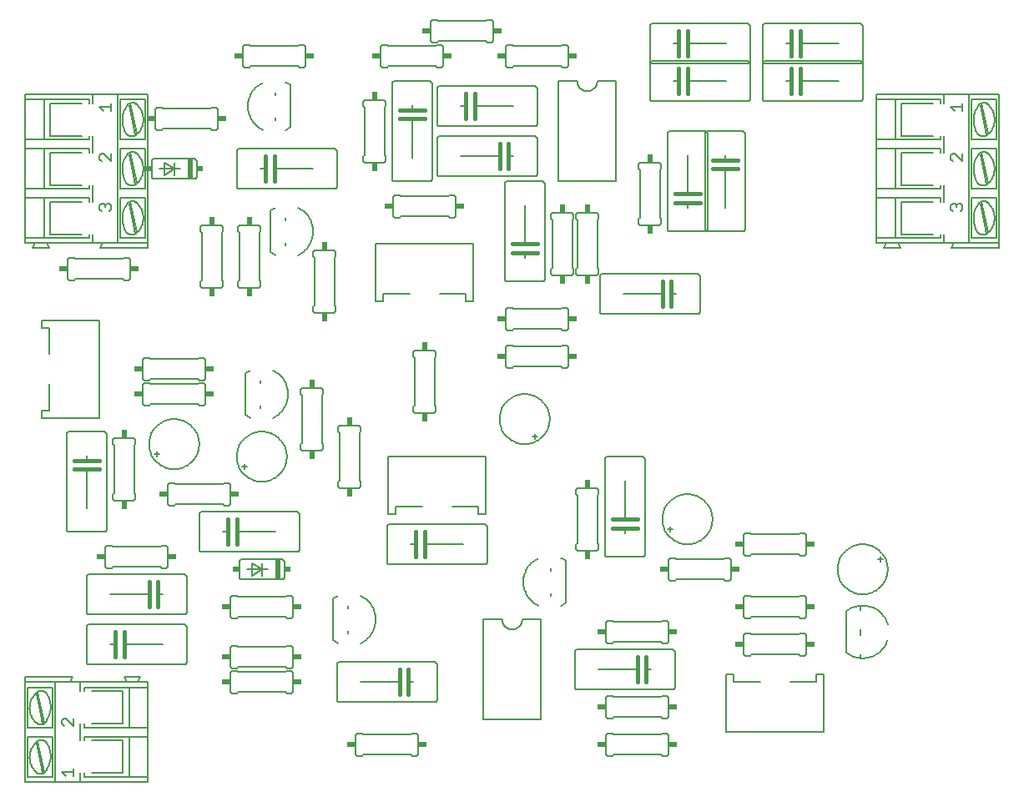
<source format=gto>
G75*
G70*
%OFA0B0*%
%FSLAX24Y24*%
%IPPOS*%
%LPD*%
%AMOC8*
5,1,8,0,0,1.08239X$1,22.5*
%
%ADD10C,0.0060*%
%ADD11R,0.0340X0.0240*%
%ADD12R,0.0240X0.0340*%
%ADD13C,0.0050*%
%ADD14C,0.0160*%
%ADD15R,0.0200X0.0800*%
%ADD16R,0.0250X0.0200*%
D10*
X001283Y000600D02*
X002483Y000600D01*
X002483Y004600D01*
X003083Y004600D01*
X003483Y004600D01*
X003483Y004230D01*
X003633Y004230D02*
X003633Y004380D01*
X005433Y004380D01*
X006183Y004380D01*
X006183Y004600D01*
X005783Y004600D01*
X005333Y004600D01*
X003483Y004600D01*
X003183Y004800D02*
X003083Y004600D01*
X003183Y004800D02*
X001283Y004800D01*
X001283Y004600D01*
X001283Y000600D01*
X001383Y000810D02*
X001383Y002410D01*
X002383Y002410D01*
X002383Y000810D01*
X001383Y000810D01*
X001983Y000970D02*
X001733Y002170D01*
X001783Y002220D02*
X002033Y001020D01*
X002107Y001047D02*
X002090Y001021D01*
X002071Y000998D01*
X002048Y000978D01*
X002024Y000961D01*
X001997Y000947D01*
X001968Y000936D01*
X001939Y000930D01*
X001909Y000927D01*
X001878Y000928D01*
X001849Y000933D01*
X001820Y000942D01*
X001792Y000955D01*
X001767Y000971D01*
X001743Y000990D01*
X002093Y001030D02*
X002129Y001078D01*
X002162Y001129D01*
X002192Y001181D01*
X002218Y001235D01*
X002241Y001291D01*
X002261Y001348D01*
X002277Y001406D01*
X002289Y001465D01*
X002297Y001525D01*
X002302Y001585D01*
X002303Y001645D01*
X002300Y001705D01*
X002293Y001765D01*
X002283Y001825D01*
X002269Y001883D01*
X002251Y001941D01*
X002230Y001997D01*
X002205Y002052D01*
X002177Y002105D01*
X002146Y002157D01*
X002111Y002206D01*
X002125Y002188D02*
X002103Y002210D01*
X002080Y002229D01*
X002054Y002245D01*
X002027Y002258D01*
X001998Y002268D01*
X001969Y002275D01*
X001938Y002279D01*
X001908Y002279D01*
X001878Y002275D01*
X001848Y002268D01*
X001820Y002258D01*
X001792Y002245D01*
X001767Y002229D01*
X001743Y002210D01*
X001741Y002212D02*
X001701Y002175D01*
X001664Y002135D01*
X001629Y002093D01*
X001598Y002049D01*
X001569Y002003D01*
X001544Y001955D01*
X001521Y001905D01*
X001503Y001854D01*
X001487Y001802D01*
X001476Y001748D01*
X001468Y001695D01*
X001463Y001640D01*
X001462Y001586D01*
X001465Y001531D01*
X001471Y001477D01*
X001481Y001424D01*
X001495Y001371D01*
X001512Y001320D01*
X001533Y001269D01*
X001556Y001220D01*
X001584Y001173D01*
X001614Y001128D01*
X001647Y001084D01*
X001683Y001044D01*
X001722Y001005D01*
X001763Y000970D01*
X002483Y000600D02*
X003483Y000600D01*
X003483Y000960D01*
X003633Y000960D02*
X003633Y000810D01*
X005433Y000810D01*
X006183Y000810D01*
X006183Y002410D01*
X006183Y002780D01*
X006183Y004380D01*
X005783Y004600D02*
X005883Y004800D01*
X005233Y004800D01*
X005333Y004600D01*
X005433Y004380D02*
X005433Y002780D01*
X003633Y002780D01*
X003633Y002930D01*
X003483Y002930D02*
X003483Y002260D01*
X003633Y002260D02*
X003633Y002410D01*
X005433Y002410D01*
X005433Y000810D01*
X005183Y000960D02*
X003933Y000960D01*
X003483Y000600D02*
X006183Y000600D01*
X006183Y000810D01*
X005183Y000960D02*
X005183Y002260D01*
X003933Y002260D01*
X003933Y002930D02*
X005183Y002930D01*
X005183Y004230D01*
X003933Y004230D01*
X003833Y005300D02*
X007633Y005300D01*
X007650Y005302D01*
X007667Y005306D01*
X007683Y005313D01*
X007697Y005323D01*
X007710Y005336D01*
X007720Y005350D01*
X007727Y005366D01*
X007731Y005383D01*
X007733Y005400D01*
X007733Y006800D01*
X007731Y006817D01*
X007727Y006834D01*
X007720Y006850D01*
X007710Y006864D01*
X007697Y006877D01*
X007683Y006887D01*
X007667Y006894D01*
X007650Y006898D01*
X007633Y006900D01*
X003833Y006900D01*
X003816Y006898D01*
X003799Y006894D01*
X003783Y006887D01*
X003769Y006877D01*
X003756Y006864D01*
X003746Y006850D01*
X003739Y006834D01*
X003735Y006817D01*
X003733Y006800D01*
X003733Y005400D01*
X003735Y005383D01*
X003739Y005366D01*
X003746Y005350D01*
X003756Y005336D01*
X003769Y005323D01*
X003783Y005313D01*
X003799Y005306D01*
X003816Y005302D01*
X003833Y005300D01*
X004683Y006100D02*
X004883Y006100D01*
X005233Y006100D02*
X006783Y006100D01*
X007633Y007300D02*
X003833Y007300D01*
X003816Y007302D01*
X003799Y007306D01*
X003783Y007313D01*
X003769Y007323D01*
X003756Y007336D01*
X003746Y007350D01*
X003739Y007366D01*
X003735Y007383D01*
X003733Y007400D01*
X003733Y008800D01*
X003735Y008817D01*
X003739Y008834D01*
X003746Y008850D01*
X003756Y008864D01*
X003769Y008877D01*
X003783Y008887D01*
X003799Y008894D01*
X003816Y008898D01*
X003833Y008900D01*
X007633Y008900D01*
X007650Y008898D01*
X007667Y008894D01*
X007683Y008887D01*
X007697Y008877D01*
X007710Y008864D01*
X007720Y008850D01*
X007727Y008834D01*
X007731Y008817D01*
X007733Y008800D01*
X007733Y007400D01*
X007731Y007383D01*
X007727Y007366D01*
X007720Y007350D01*
X007710Y007336D01*
X007697Y007323D01*
X007683Y007313D01*
X007667Y007306D01*
X007650Y007302D01*
X007633Y007300D01*
X006783Y008100D02*
X006583Y008100D01*
X006233Y008100D02*
X004683Y008100D01*
X004733Y009150D02*
X004583Y009150D01*
X004566Y009152D01*
X004549Y009156D01*
X004533Y009163D01*
X004519Y009173D01*
X004506Y009186D01*
X004496Y009200D01*
X004489Y009216D01*
X004485Y009233D01*
X004483Y009250D01*
X004483Y009950D01*
X004485Y009967D01*
X004489Y009984D01*
X004496Y010000D01*
X004506Y010014D01*
X004519Y010027D01*
X004533Y010037D01*
X004549Y010044D01*
X004566Y010048D01*
X004583Y010050D01*
X004733Y010050D01*
X004783Y010000D01*
X006683Y010000D01*
X006733Y010050D01*
X006883Y010050D01*
X006900Y010048D01*
X006917Y010044D01*
X006933Y010037D01*
X006947Y010027D01*
X006960Y010014D01*
X006970Y010000D01*
X006977Y009984D01*
X006981Y009967D01*
X006983Y009950D01*
X006983Y009250D01*
X006981Y009233D01*
X006977Y009216D01*
X006970Y009200D01*
X006960Y009186D01*
X006947Y009173D01*
X006933Y009163D01*
X006917Y009156D01*
X006900Y009152D01*
X006883Y009150D01*
X006733Y009150D01*
X006683Y009200D01*
X004783Y009200D01*
X004733Y009150D01*
X004433Y010600D02*
X003033Y010600D01*
X003016Y010602D01*
X002999Y010606D01*
X002983Y010613D01*
X002969Y010623D01*
X002956Y010636D01*
X002946Y010650D01*
X002939Y010666D01*
X002935Y010683D01*
X002933Y010700D01*
X002933Y014500D01*
X002935Y014517D01*
X002939Y014534D01*
X002946Y014550D01*
X002956Y014564D01*
X002969Y014577D01*
X002983Y014587D01*
X002999Y014594D01*
X003016Y014598D01*
X003033Y014600D01*
X004433Y014600D01*
X004450Y014598D01*
X004467Y014594D01*
X004483Y014587D01*
X004497Y014577D01*
X004510Y014564D01*
X004520Y014550D01*
X004527Y014534D01*
X004531Y014517D01*
X004533Y014500D01*
X004533Y010700D01*
X004531Y010683D01*
X004527Y010666D01*
X004520Y010650D01*
X004510Y010636D01*
X004497Y010623D01*
X004483Y010613D01*
X004467Y010606D01*
X004450Y010602D01*
X004433Y010600D01*
X003733Y011550D02*
X003733Y013100D01*
X003733Y013450D02*
X003733Y013650D01*
X004783Y014100D02*
X004783Y014250D01*
X004785Y014267D01*
X004789Y014284D01*
X004796Y014300D01*
X004806Y014314D01*
X004819Y014327D01*
X004833Y014337D01*
X004849Y014344D01*
X004866Y014348D01*
X004883Y014350D01*
X005583Y014350D01*
X005600Y014348D01*
X005617Y014344D01*
X005633Y014337D01*
X005647Y014327D01*
X005660Y014314D01*
X005670Y014300D01*
X005677Y014284D01*
X005681Y014267D01*
X005683Y014250D01*
X005683Y014100D01*
X005633Y014050D01*
X005633Y012150D01*
X005683Y012100D01*
X005683Y011950D01*
X005681Y011933D01*
X005677Y011916D01*
X005670Y011900D01*
X005660Y011886D01*
X005647Y011873D01*
X005633Y011863D01*
X005617Y011856D01*
X005600Y011852D01*
X005583Y011850D01*
X004883Y011850D01*
X004866Y011852D01*
X004849Y011856D01*
X004833Y011863D01*
X004819Y011873D01*
X004806Y011886D01*
X004796Y011900D01*
X004789Y011916D01*
X004785Y011933D01*
X004783Y011950D01*
X004783Y012100D01*
X004833Y012150D01*
X004833Y014050D01*
X004783Y014100D01*
X004233Y015150D02*
X001933Y015150D01*
X001933Y015450D01*
X002233Y015450D01*
X002233Y016500D01*
X002233Y017700D02*
X002233Y018750D01*
X001933Y018750D01*
X001933Y019050D01*
X004233Y019050D01*
X004233Y015150D01*
X005983Y015750D02*
X005983Y016450D01*
X005985Y016467D01*
X005989Y016484D01*
X005996Y016500D01*
X006006Y016514D01*
X006019Y016527D01*
X006033Y016537D01*
X006049Y016544D01*
X006066Y016548D01*
X006083Y016550D01*
X006233Y016550D01*
X006283Y016500D01*
X008183Y016500D01*
X008233Y016550D01*
X008383Y016550D01*
X008383Y016650D02*
X008233Y016650D01*
X008183Y016700D01*
X006283Y016700D01*
X006233Y016650D01*
X006083Y016650D01*
X006066Y016652D01*
X006049Y016656D01*
X006033Y016663D01*
X006019Y016673D01*
X006006Y016686D01*
X005996Y016700D01*
X005989Y016716D01*
X005985Y016733D01*
X005983Y016750D01*
X005983Y017450D01*
X005985Y017467D01*
X005989Y017484D01*
X005996Y017500D01*
X006006Y017514D01*
X006019Y017527D01*
X006033Y017537D01*
X006049Y017544D01*
X006066Y017548D01*
X006083Y017550D01*
X006233Y017550D01*
X006283Y017500D01*
X008183Y017500D01*
X008233Y017550D01*
X008383Y017550D01*
X008400Y017548D01*
X008417Y017544D01*
X008433Y017537D01*
X008447Y017527D01*
X008460Y017514D01*
X008470Y017500D01*
X008477Y017484D01*
X008481Y017467D01*
X008483Y017450D01*
X008483Y016750D01*
X008481Y016733D01*
X008477Y016716D01*
X008470Y016700D01*
X008460Y016686D01*
X008447Y016673D01*
X008433Y016663D01*
X008417Y016656D01*
X008400Y016652D01*
X008383Y016650D01*
X008383Y016550D02*
X008400Y016548D01*
X008417Y016544D01*
X008433Y016537D01*
X008447Y016527D01*
X008460Y016514D01*
X008470Y016500D01*
X008477Y016484D01*
X008481Y016467D01*
X008483Y016450D01*
X008483Y015750D01*
X008481Y015733D01*
X008477Y015716D01*
X008470Y015700D01*
X008460Y015686D01*
X008447Y015673D01*
X008433Y015663D01*
X008417Y015656D01*
X008400Y015652D01*
X008383Y015650D01*
X008233Y015650D01*
X008183Y015700D01*
X006283Y015700D01*
X006233Y015650D01*
X006083Y015650D01*
X006066Y015652D01*
X006049Y015656D01*
X006033Y015663D01*
X006019Y015673D01*
X006006Y015686D01*
X005996Y015700D01*
X005989Y015716D01*
X005985Y015733D01*
X005983Y015750D01*
X006233Y014100D02*
X006235Y014163D01*
X006241Y014225D01*
X006251Y014287D01*
X006264Y014349D01*
X006282Y014409D01*
X006303Y014468D01*
X006328Y014526D01*
X006357Y014582D01*
X006389Y014636D01*
X006424Y014688D01*
X006462Y014737D01*
X006504Y014785D01*
X006548Y014829D01*
X006596Y014871D01*
X006645Y014909D01*
X006697Y014944D01*
X006751Y014976D01*
X006807Y015005D01*
X006865Y015030D01*
X006924Y015051D01*
X006984Y015069D01*
X007046Y015082D01*
X007108Y015092D01*
X007170Y015098D01*
X007233Y015100D01*
X007296Y015098D01*
X007358Y015092D01*
X007420Y015082D01*
X007482Y015069D01*
X007542Y015051D01*
X007601Y015030D01*
X007659Y015005D01*
X007715Y014976D01*
X007769Y014944D01*
X007821Y014909D01*
X007870Y014871D01*
X007918Y014829D01*
X007962Y014785D01*
X008004Y014737D01*
X008042Y014688D01*
X008077Y014636D01*
X008109Y014582D01*
X008138Y014526D01*
X008163Y014468D01*
X008184Y014409D01*
X008202Y014349D01*
X008215Y014287D01*
X008225Y014225D01*
X008231Y014163D01*
X008233Y014100D01*
X008231Y014037D01*
X008225Y013975D01*
X008215Y013913D01*
X008202Y013851D01*
X008184Y013791D01*
X008163Y013732D01*
X008138Y013674D01*
X008109Y013618D01*
X008077Y013564D01*
X008042Y013512D01*
X008004Y013463D01*
X007962Y013415D01*
X007918Y013371D01*
X007870Y013329D01*
X007821Y013291D01*
X007769Y013256D01*
X007715Y013224D01*
X007659Y013195D01*
X007601Y013170D01*
X007542Y013149D01*
X007482Y013131D01*
X007420Y013118D01*
X007358Y013108D01*
X007296Y013102D01*
X007233Y013100D01*
X007170Y013102D01*
X007108Y013108D01*
X007046Y013118D01*
X006984Y013131D01*
X006924Y013149D01*
X006865Y013170D01*
X006807Y013195D01*
X006751Y013224D01*
X006697Y013256D01*
X006645Y013291D01*
X006596Y013329D01*
X006548Y013371D01*
X006504Y013415D01*
X006462Y013463D01*
X006424Y013512D01*
X006389Y013564D01*
X006357Y013618D01*
X006328Y013674D01*
X006303Y013732D01*
X006282Y013791D01*
X006264Y013851D01*
X006251Y013913D01*
X006241Y013975D01*
X006235Y014037D01*
X006233Y014100D01*
X006533Y013800D02*
X006533Y013600D01*
X006633Y013700D02*
X006433Y013700D01*
X007083Y012550D02*
X007233Y012550D01*
X007283Y012500D01*
X009183Y012500D01*
X009233Y012550D01*
X009383Y012550D01*
X009400Y012548D01*
X009417Y012544D01*
X009433Y012537D01*
X009447Y012527D01*
X009460Y012514D01*
X009470Y012500D01*
X009477Y012484D01*
X009481Y012467D01*
X009483Y012450D01*
X009483Y011750D01*
X009481Y011733D01*
X009477Y011716D01*
X009470Y011700D01*
X009460Y011686D01*
X009447Y011673D01*
X009433Y011663D01*
X009417Y011656D01*
X009400Y011652D01*
X009383Y011650D01*
X009233Y011650D01*
X009183Y011700D01*
X007283Y011700D01*
X007233Y011650D01*
X007083Y011650D01*
X007066Y011652D01*
X007049Y011656D01*
X007033Y011663D01*
X007019Y011673D01*
X007006Y011686D01*
X006996Y011700D01*
X006989Y011716D01*
X006985Y011733D01*
X006983Y011750D01*
X006983Y012450D01*
X006985Y012467D01*
X006989Y012484D01*
X006996Y012500D01*
X007006Y012514D01*
X007019Y012527D01*
X007033Y012537D01*
X007049Y012544D01*
X007066Y012548D01*
X007083Y012550D01*
X008233Y011300D02*
X008233Y009900D01*
X008235Y009883D01*
X008239Y009866D01*
X008246Y009850D01*
X008256Y009836D01*
X008269Y009823D01*
X008283Y009813D01*
X008299Y009806D01*
X008316Y009802D01*
X008333Y009800D01*
X012133Y009800D01*
X012150Y009802D01*
X012167Y009806D01*
X012183Y009813D01*
X012197Y009823D01*
X012210Y009836D01*
X012220Y009850D01*
X012227Y009866D01*
X012231Y009883D01*
X012233Y009900D01*
X012233Y011300D01*
X012231Y011317D01*
X012227Y011334D01*
X012220Y011350D01*
X012210Y011364D01*
X012197Y011377D01*
X012183Y011387D01*
X012167Y011394D01*
X012150Y011398D01*
X012133Y011400D01*
X008333Y011400D01*
X008316Y011398D01*
X008299Y011394D01*
X008283Y011387D01*
X008269Y011377D01*
X008256Y011364D01*
X008246Y011350D01*
X008239Y011334D01*
X008235Y011317D01*
X008233Y011300D01*
X009183Y010600D02*
X009383Y010600D01*
X009733Y010600D02*
X011283Y010600D01*
X011533Y009500D02*
X009933Y009500D01*
X009916Y009498D01*
X009899Y009494D01*
X009883Y009487D01*
X009869Y009477D01*
X009856Y009464D01*
X009846Y009450D01*
X009839Y009434D01*
X009835Y009417D01*
X009833Y009400D01*
X009833Y008800D01*
X009835Y008783D01*
X009839Y008766D01*
X009846Y008750D01*
X009856Y008736D01*
X009869Y008723D01*
X009883Y008713D01*
X009899Y008706D01*
X009916Y008702D01*
X009933Y008700D01*
X011533Y008700D01*
X011550Y008702D01*
X011567Y008706D01*
X011583Y008713D01*
X011597Y008723D01*
X011610Y008736D01*
X011620Y008750D01*
X011627Y008766D01*
X011631Y008783D01*
X011633Y008800D01*
X011633Y009400D01*
X011631Y009417D01*
X011627Y009434D01*
X011620Y009450D01*
X011610Y009464D01*
X011597Y009477D01*
X011583Y009487D01*
X011567Y009494D01*
X011550Y009498D01*
X011533Y009500D01*
X010983Y009100D02*
X010733Y009100D01*
X010733Y009350D01*
X010733Y009100D02*
X010133Y009100D01*
X010333Y008850D02*
X010733Y009100D01*
X010733Y008850D01*
X010733Y009100D02*
X010333Y009350D01*
X010333Y008850D01*
X009733Y008050D02*
X009783Y008000D01*
X011683Y008000D01*
X011733Y008050D01*
X011883Y008050D01*
X011900Y008048D01*
X011917Y008044D01*
X011933Y008037D01*
X011947Y008027D01*
X011960Y008014D01*
X011970Y008000D01*
X011977Y007984D01*
X011981Y007967D01*
X011983Y007950D01*
X011983Y007250D01*
X011981Y007233D01*
X011977Y007216D01*
X011970Y007200D01*
X011960Y007186D01*
X011947Y007173D01*
X011933Y007163D01*
X011917Y007156D01*
X011900Y007152D01*
X011883Y007150D01*
X011733Y007150D01*
X011683Y007200D01*
X009783Y007200D01*
X009733Y007150D01*
X009583Y007150D01*
X009566Y007152D01*
X009549Y007156D01*
X009533Y007163D01*
X009519Y007173D01*
X009506Y007186D01*
X009496Y007200D01*
X009489Y007216D01*
X009485Y007233D01*
X009483Y007250D01*
X009483Y007950D01*
X009485Y007967D01*
X009489Y007984D01*
X009496Y008000D01*
X009506Y008014D01*
X009519Y008027D01*
X009533Y008037D01*
X009549Y008044D01*
X009566Y008048D01*
X009583Y008050D01*
X009733Y008050D01*
X009733Y006050D02*
X009783Y006000D01*
X011683Y006000D01*
X011733Y006050D01*
X011883Y006050D01*
X011900Y006048D01*
X011917Y006044D01*
X011933Y006037D01*
X011947Y006027D01*
X011960Y006014D01*
X011970Y006000D01*
X011977Y005984D01*
X011981Y005967D01*
X011983Y005950D01*
X011983Y005250D01*
X011981Y005233D01*
X011977Y005216D01*
X011970Y005200D01*
X011960Y005186D01*
X011947Y005173D01*
X011933Y005163D01*
X011917Y005156D01*
X011900Y005152D01*
X011883Y005150D01*
X011733Y005150D01*
X011683Y005200D01*
X009783Y005200D01*
X009733Y005150D01*
X009583Y005150D01*
X009566Y005152D01*
X009549Y005156D01*
X009533Y005163D01*
X009519Y005173D01*
X009506Y005186D01*
X009496Y005200D01*
X009489Y005216D01*
X009485Y005233D01*
X009483Y005250D01*
X009483Y005950D01*
X009485Y005967D01*
X009489Y005984D01*
X009496Y006000D01*
X009506Y006014D01*
X009519Y006027D01*
X009533Y006037D01*
X009549Y006044D01*
X009566Y006048D01*
X009583Y006050D01*
X009733Y006050D01*
X009733Y005050D02*
X009583Y005050D01*
X009566Y005048D01*
X009549Y005044D01*
X009533Y005037D01*
X009519Y005027D01*
X009506Y005014D01*
X009496Y005000D01*
X009489Y004984D01*
X009485Y004967D01*
X009483Y004950D01*
X009483Y004250D01*
X009485Y004233D01*
X009489Y004216D01*
X009496Y004200D01*
X009506Y004186D01*
X009519Y004173D01*
X009533Y004163D01*
X009549Y004156D01*
X009566Y004152D01*
X009583Y004150D01*
X009733Y004150D01*
X009783Y004200D01*
X011683Y004200D01*
X011733Y004150D01*
X011883Y004150D01*
X011900Y004152D01*
X011917Y004156D01*
X011933Y004163D01*
X011947Y004173D01*
X011960Y004186D01*
X011970Y004200D01*
X011977Y004216D01*
X011981Y004233D01*
X011983Y004250D01*
X011983Y004950D01*
X011981Y004967D01*
X011977Y004984D01*
X011970Y005000D01*
X011960Y005014D01*
X011947Y005027D01*
X011933Y005037D01*
X011917Y005044D01*
X011900Y005048D01*
X011883Y005050D01*
X011733Y005050D01*
X011683Y005000D01*
X009783Y005000D01*
X009733Y005050D01*
X006183Y002780D02*
X005433Y002780D01*
X005433Y002410D02*
X006183Y002410D01*
X002383Y002780D02*
X002383Y004380D01*
X001383Y004380D01*
X001383Y002780D01*
X002383Y002780D01*
X002033Y002990D02*
X001783Y004190D01*
X001733Y004140D02*
X001983Y002940D01*
X002107Y003017D02*
X002090Y002991D01*
X002071Y002968D01*
X002048Y002948D01*
X002024Y002931D01*
X001997Y002917D01*
X001968Y002906D01*
X001939Y002900D01*
X001909Y002897D01*
X001878Y002898D01*
X001849Y002903D01*
X001820Y002912D01*
X001792Y002925D01*
X001767Y002941D01*
X001743Y002960D01*
X002093Y003000D02*
X002129Y003048D01*
X002162Y003099D01*
X002192Y003151D01*
X002218Y003205D01*
X002241Y003261D01*
X002261Y003318D01*
X002277Y003376D01*
X002289Y003435D01*
X002297Y003495D01*
X002302Y003555D01*
X002303Y003615D01*
X002300Y003675D01*
X002293Y003735D01*
X002283Y003795D01*
X002269Y003853D01*
X002251Y003911D01*
X002230Y003967D01*
X002205Y004022D01*
X002177Y004075D01*
X002146Y004127D01*
X002111Y004176D01*
X002125Y004158D02*
X002103Y004180D01*
X002080Y004199D01*
X002054Y004215D01*
X002027Y004228D01*
X001998Y004238D01*
X001969Y004245D01*
X001938Y004249D01*
X001908Y004249D01*
X001878Y004245D01*
X001848Y004238D01*
X001820Y004228D01*
X001792Y004215D01*
X001767Y004199D01*
X001743Y004180D01*
X001283Y004600D02*
X002483Y004600D01*
X001741Y004182D02*
X001701Y004145D01*
X001664Y004105D01*
X001629Y004063D01*
X001598Y004019D01*
X001569Y003973D01*
X001544Y003925D01*
X001522Y003875D01*
X001503Y003824D01*
X001487Y003772D01*
X001476Y003718D01*
X001468Y003665D01*
X001463Y003610D01*
X001462Y003556D01*
X001465Y003502D01*
X001471Y003447D01*
X001481Y003394D01*
X001495Y003341D01*
X001512Y003290D01*
X001533Y003239D01*
X001556Y003190D01*
X001584Y003143D01*
X001614Y003098D01*
X001647Y003055D01*
X001683Y003014D01*
X001722Y002975D01*
X001763Y002940D01*
X013733Y003900D02*
X013733Y005300D01*
X013735Y005317D01*
X013739Y005334D01*
X013746Y005350D01*
X013756Y005364D01*
X013769Y005377D01*
X013783Y005387D01*
X013799Y005394D01*
X013816Y005398D01*
X013833Y005400D01*
X017633Y005400D01*
X017650Y005398D01*
X017667Y005394D01*
X017683Y005387D01*
X017697Y005377D01*
X017710Y005364D01*
X017720Y005350D01*
X017727Y005334D01*
X017731Y005317D01*
X017733Y005300D01*
X017733Y003900D01*
X017731Y003883D01*
X017727Y003866D01*
X017720Y003850D01*
X017710Y003836D01*
X017697Y003823D01*
X017683Y003813D01*
X017667Y003806D01*
X017650Y003802D01*
X017633Y003800D01*
X013833Y003800D01*
X013816Y003802D01*
X013799Y003806D01*
X013783Y003813D01*
X013769Y003823D01*
X013756Y003836D01*
X013746Y003850D01*
X013739Y003866D01*
X013735Y003883D01*
X013733Y003900D01*
X014683Y004600D02*
X016233Y004600D01*
X016583Y004600D02*
X016783Y004600D01*
X016733Y002550D02*
X016683Y002500D01*
X014783Y002500D01*
X014733Y002550D01*
X014583Y002550D01*
X014566Y002548D01*
X014549Y002544D01*
X014533Y002537D01*
X014519Y002527D01*
X014506Y002514D01*
X014496Y002500D01*
X014489Y002484D01*
X014485Y002467D01*
X014483Y002450D01*
X014483Y001750D01*
X014485Y001733D01*
X014489Y001716D01*
X014496Y001700D01*
X014506Y001686D01*
X014519Y001673D01*
X014533Y001663D01*
X014549Y001656D01*
X014566Y001652D01*
X014583Y001650D01*
X014733Y001650D01*
X014783Y001700D01*
X016683Y001700D01*
X016733Y001650D01*
X016883Y001650D01*
X016900Y001652D01*
X016917Y001656D01*
X016933Y001663D01*
X016947Y001673D01*
X016960Y001686D01*
X016970Y001700D01*
X016977Y001716D01*
X016981Y001733D01*
X016983Y001750D01*
X016983Y002450D01*
X016981Y002467D01*
X016977Y002484D01*
X016970Y002500D01*
X016960Y002514D01*
X016947Y002527D01*
X016933Y002537D01*
X016917Y002544D01*
X016900Y002548D01*
X016883Y002550D01*
X016733Y002550D01*
X019583Y003100D02*
X021883Y003100D01*
X021883Y007100D01*
X021133Y007100D01*
X021131Y007061D01*
X021125Y007022D01*
X021116Y006984D01*
X021103Y006947D01*
X021086Y006911D01*
X021066Y006878D01*
X021042Y006846D01*
X021016Y006817D01*
X020987Y006791D01*
X020955Y006767D01*
X020922Y006747D01*
X020886Y006730D01*
X020849Y006717D01*
X020811Y006708D01*
X020772Y006702D01*
X020733Y006700D01*
X020694Y006702D01*
X020655Y006708D01*
X020617Y006717D01*
X020580Y006730D01*
X020544Y006747D01*
X020511Y006767D01*
X020479Y006791D01*
X020450Y006817D01*
X020424Y006846D01*
X020400Y006878D01*
X020380Y006911D01*
X020363Y006947D01*
X020350Y006984D01*
X020341Y007022D01*
X020335Y007061D01*
X020333Y007100D01*
X019583Y007100D01*
X019583Y003100D01*
X023233Y004400D02*
X023233Y005800D01*
X023235Y005817D01*
X023239Y005834D01*
X023246Y005850D01*
X023256Y005864D01*
X023269Y005877D01*
X023283Y005887D01*
X023299Y005894D01*
X023316Y005898D01*
X023333Y005900D01*
X027133Y005900D01*
X027150Y005898D01*
X027167Y005894D01*
X027183Y005887D01*
X027197Y005877D01*
X027210Y005864D01*
X027220Y005850D01*
X027227Y005834D01*
X027231Y005817D01*
X027233Y005800D01*
X027233Y004400D01*
X027231Y004383D01*
X027227Y004366D01*
X027220Y004350D01*
X027210Y004336D01*
X027197Y004323D01*
X027183Y004313D01*
X027167Y004306D01*
X027150Y004302D01*
X027133Y004300D01*
X023333Y004300D01*
X023316Y004302D01*
X023299Y004306D01*
X023283Y004313D01*
X023269Y004323D01*
X023256Y004336D01*
X023246Y004350D01*
X023239Y004366D01*
X023235Y004383D01*
X023233Y004400D01*
X024183Y005100D02*
X025733Y005100D01*
X026083Y005100D02*
X026283Y005100D01*
X026733Y006150D02*
X026883Y006150D01*
X026900Y006152D01*
X026917Y006156D01*
X026933Y006163D01*
X026947Y006173D01*
X026960Y006186D01*
X026970Y006200D01*
X026977Y006216D01*
X026981Y006233D01*
X026983Y006250D01*
X026983Y006950D01*
X026981Y006967D01*
X026977Y006984D01*
X026970Y007000D01*
X026960Y007014D01*
X026947Y007027D01*
X026933Y007037D01*
X026917Y007044D01*
X026900Y007048D01*
X026883Y007050D01*
X026733Y007050D01*
X026683Y007000D01*
X024783Y007000D01*
X024733Y007050D01*
X024583Y007050D01*
X024566Y007048D01*
X024549Y007044D01*
X024533Y007037D01*
X024519Y007027D01*
X024506Y007014D01*
X024496Y007000D01*
X024489Y006984D01*
X024485Y006967D01*
X024483Y006950D01*
X024483Y006250D01*
X024485Y006233D01*
X024489Y006216D01*
X024496Y006200D01*
X024506Y006186D01*
X024519Y006173D01*
X024533Y006163D01*
X024549Y006156D01*
X024566Y006152D01*
X024583Y006150D01*
X024733Y006150D01*
X024783Y006200D01*
X026683Y006200D01*
X026733Y006150D01*
X029283Y004900D02*
X029283Y002600D01*
X033183Y002600D01*
X033183Y004900D01*
X032883Y004900D01*
X032883Y004600D01*
X031833Y004600D01*
X032233Y005650D02*
X032383Y005650D01*
X032400Y005652D01*
X032417Y005656D01*
X032433Y005663D01*
X032447Y005673D01*
X032460Y005686D01*
X032470Y005700D01*
X032477Y005716D01*
X032481Y005733D01*
X032483Y005750D01*
X032483Y006450D01*
X032481Y006467D01*
X032477Y006484D01*
X032470Y006500D01*
X032460Y006514D01*
X032447Y006527D01*
X032433Y006537D01*
X032417Y006544D01*
X032400Y006548D01*
X032383Y006550D01*
X032233Y006550D01*
X032183Y006500D01*
X030283Y006500D01*
X030233Y006550D01*
X030083Y006550D01*
X030066Y006548D01*
X030049Y006544D01*
X030033Y006537D01*
X030019Y006527D01*
X030006Y006514D01*
X029996Y006500D01*
X029989Y006484D01*
X029985Y006467D01*
X029983Y006450D01*
X029983Y005750D01*
X029985Y005733D01*
X029989Y005716D01*
X029996Y005700D01*
X030006Y005686D01*
X030019Y005673D01*
X030033Y005663D01*
X030049Y005656D01*
X030066Y005652D01*
X030083Y005650D01*
X030233Y005650D01*
X030283Y005700D01*
X032183Y005700D01*
X032233Y005650D01*
X030633Y004600D02*
X029583Y004600D01*
X029583Y004900D01*
X029283Y004900D01*
X026983Y003950D02*
X026983Y003250D01*
X026981Y003233D01*
X026977Y003216D01*
X026970Y003200D01*
X026960Y003186D01*
X026947Y003173D01*
X026933Y003163D01*
X026917Y003156D01*
X026900Y003152D01*
X026883Y003150D01*
X026733Y003150D01*
X026683Y003200D01*
X024783Y003200D01*
X024733Y003150D01*
X024583Y003150D01*
X024566Y003152D01*
X024549Y003156D01*
X024533Y003163D01*
X024519Y003173D01*
X024506Y003186D01*
X024496Y003200D01*
X024489Y003216D01*
X024485Y003233D01*
X024483Y003250D01*
X024483Y003950D01*
X024485Y003967D01*
X024489Y003984D01*
X024496Y004000D01*
X024506Y004014D01*
X024519Y004027D01*
X024533Y004037D01*
X024549Y004044D01*
X024566Y004048D01*
X024583Y004050D01*
X024733Y004050D01*
X024783Y004000D01*
X026683Y004000D01*
X026733Y004050D01*
X026883Y004050D01*
X026900Y004048D01*
X026917Y004044D01*
X026933Y004037D01*
X026947Y004027D01*
X026960Y004014D01*
X026970Y004000D01*
X026977Y003984D01*
X026981Y003967D01*
X026983Y003950D01*
X026883Y002550D02*
X026733Y002550D01*
X026683Y002500D01*
X024783Y002500D01*
X024733Y002550D01*
X024583Y002550D01*
X024566Y002548D01*
X024549Y002544D01*
X024533Y002537D01*
X024519Y002527D01*
X024506Y002514D01*
X024496Y002500D01*
X024489Y002484D01*
X024485Y002467D01*
X024483Y002450D01*
X024483Y001750D01*
X024485Y001733D01*
X024489Y001716D01*
X024496Y001700D01*
X024506Y001686D01*
X024519Y001673D01*
X024533Y001663D01*
X024549Y001656D01*
X024566Y001652D01*
X024583Y001650D01*
X024733Y001650D01*
X024783Y001700D01*
X026683Y001700D01*
X026733Y001650D01*
X026883Y001650D01*
X026900Y001652D01*
X026917Y001656D01*
X026933Y001663D01*
X026947Y001673D01*
X026960Y001686D01*
X026970Y001700D01*
X026977Y001716D01*
X026981Y001733D01*
X026983Y001750D01*
X026983Y002450D01*
X026981Y002467D01*
X026977Y002484D01*
X026970Y002500D01*
X026960Y002514D01*
X026947Y002527D01*
X026933Y002537D01*
X026917Y002544D01*
X026900Y002548D01*
X026883Y002550D01*
X030083Y007150D02*
X030233Y007150D01*
X030283Y007200D01*
X032183Y007200D01*
X032233Y007150D01*
X032383Y007150D01*
X032400Y007152D01*
X032417Y007156D01*
X032433Y007163D01*
X032447Y007173D01*
X032460Y007186D01*
X032470Y007200D01*
X032477Y007216D01*
X032481Y007233D01*
X032483Y007250D01*
X032483Y007950D01*
X032481Y007967D01*
X032477Y007984D01*
X032470Y008000D01*
X032460Y008014D01*
X032447Y008027D01*
X032433Y008037D01*
X032417Y008044D01*
X032400Y008048D01*
X032383Y008050D01*
X032233Y008050D01*
X032183Y008000D01*
X030283Y008000D01*
X030233Y008050D01*
X030083Y008050D01*
X030066Y008048D01*
X030049Y008044D01*
X030033Y008037D01*
X030019Y008027D01*
X030006Y008014D01*
X029996Y008000D01*
X029989Y007984D01*
X029985Y007967D01*
X029983Y007950D01*
X029983Y007250D01*
X029985Y007233D01*
X029989Y007216D01*
X029996Y007200D01*
X030006Y007186D01*
X030019Y007173D01*
X030033Y007163D01*
X030049Y007156D01*
X030066Y007152D01*
X030083Y007150D01*
X029383Y008650D02*
X029233Y008650D01*
X029183Y008700D01*
X027283Y008700D01*
X027233Y008650D01*
X027083Y008650D01*
X027066Y008652D01*
X027049Y008656D01*
X027033Y008663D01*
X027019Y008673D01*
X027006Y008686D01*
X026996Y008700D01*
X026989Y008716D01*
X026985Y008733D01*
X026983Y008750D01*
X026983Y009450D01*
X026985Y009467D01*
X026989Y009484D01*
X026996Y009500D01*
X027006Y009514D01*
X027019Y009527D01*
X027033Y009537D01*
X027049Y009544D01*
X027066Y009548D01*
X027083Y009550D01*
X027233Y009550D01*
X027283Y009500D01*
X029183Y009500D01*
X029233Y009550D01*
X029383Y009550D01*
X029400Y009548D01*
X029417Y009544D01*
X029433Y009537D01*
X029447Y009527D01*
X029460Y009514D01*
X029470Y009500D01*
X029477Y009484D01*
X029481Y009467D01*
X029483Y009450D01*
X029483Y008750D01*
X029481Y008733D01*
X029477Y008716D01*
X029470Y008700D01*
X029460Y008686D01*
X029447Y008673D01*
X029433Y008663D01*
X029417Y008656D01*
X029400Y008652D01*
X029383Y008650D01*
X030083Y009650D02*
X030233Y009650D01*
X030283Y009700D01*
X032183Y009700D01*
X032233Y009650D01*
X032383Y009650D01*
X032400Y009652D01*
X032417Y009656D01*
X032433Y009663D01*
X032447Y009673D01*
X032460Y009686D01*
X032470Y009700D01*
X032477Y009716D01*
X032481Y009733D01*
X032483Y009750D01*
X032483Y010450D01*
X032481Y010467D01*
X032477Y010484D01*
X032470Y010500D01*
X032460Y010514D01*
X032447Y010527D01*
X032433Y010537D01*
X032417Y010544D01*
X032400Y010548D01*
X032383Y010550D01*
X032233Y010550D01*
X032183Y010500D01*
X030283Y010500D01*
X030233Y010550D01*
X030083Y010550D01*
X030066Y010548D01*
X030049Y010544D01*
X030033Y010537D01*
X030019Y010527D01*
X030006Y010514D01*
X029996Y010500D01*
X029989Y010484D01*
X029985Y010467D01*
X029983Y010450D01*
X029983Y009750D01*
X029985Y009733D01*
X029989Y009716D01*
X029996Y009700D01*
X030006Y009686D01*
X030019Y009673D01*
X030033Y009663D01*
X030049Y009656D01*
X030066Y009652D01*
X030083Y009650D01*
X026733Y011100D02*
X026735Y011163D01*
X026741Y011225D01*
X026751Y011287D01*
X026764Y011349D01*
X026782Y011409D01*
X026803Y011468D01*
X026828Y011526D01*
X026857Y011582D01*
X026889Y011636D01*
X026924Y011688D01*
X026962Y011737D01*
X027004Y011785D01*
X027048Y011829D01*
X027096Y011871D01*
X027145Y011909D01*
X027197Y011944D01*
X027251Y011976D01*
X027307Y012005D01*
X027365Y012030D01*
X027424Y012051D01*
X027484Y012069D01*
X027546Y012082D01*
X027608Y012092D01*
X027670Y012098D01*
X027733Y012100D01*
X027796Y012098D01*
X027858Y012092D01*
X027920Y012082D01*
X027982Y012069D01*
X028042Y012051D01*
X028101Y012030D01*
X028159Y012005D01*
X028215Y011976D01*
X028269Y011944D01*
X028321Y011909D01*
X028370Y011871D01*
X028418Y011829D01*
X028462Y011785D01*
X028504Y011737D01*
X028542Y011688D01*
X028577Y011636D01*
X028609Y011582D01*
X028638Y011526D01*
X028663Y011468D01*
X028684Y011409D01*
X028702Y011349D01*
X028715Y011287D01*
X028725Y011225D01*
X028731Y011163D01*
X028733Y011100D01*
X028731Y011037D01*
X028725Y010975D01*
X028715Y010913D01*
X028702Y010851D01*
X028684Y010791D01*
X028663Y010732D01*
X028638Y010674D01*
X028609Y010618D01*
X028577Y010564D01*
X028542Y010512D01*
X028504Y010463D01*
X028462Y010415D01*
X028418Y010371D01*
X028370Y010329D01*
X028321Y010291D01*
X028269Y010256D01*
X028215Y010224D01*
X028159Y010195D01*
X028101Y010170D01*
X028042Y010149D01*
X027982Y010131D01*
X027920Y010118D01*
X027858Y010108D01*
X027796Y010102D01*
X027733Y010100D01*
X027670Y010102D01*
X027608Y010108D01*
X027546Y010118D01*
X027484Y010131D01*
X027424Y010149D01*
X027365Y010170D01*
X027307Y010195D01*
X027251Y010224D01*
X027197Y010256D01*
X027145Y010291D01*
X027096Y010329D01*
X027048Y010371D01*
X027004Y010415D01*
X026962Y010463D01*
X026924Y010512D01*
X026889Y010564D01*
X026857Y010618D01*
X026828Y010674D01*
X026803Y010732D01*
X026782Y010791D01*
X026764Y010851D01*
X026751Y010913D01*
X026741Y010975D01*
X026735Y011037D01*
X026733Y011100D01*
X027033Y010800D02*
X027033Y010600D01*
X027133Y010700D02*
X026933Y010700D01*
X026033Y009700D02*
X026033Y013500D01*
X026031Y013517D01*
X026027Y013534D01*
X026020Y013550D01*
X026010Y013564D01*
X025997Y013577D01*
X025983Y013587D01*
X025967Y013594D01*
X025950Y013598D01*
X025933Y013600D01*
X024533Y013600D01*
X024516Y013598D01*
X024499Y013594D01*
X024483Y013587D01*
X024469Y013577D01*
X024456Y013564D01*
X024446Y013550D01*
X024439Y013534D01*
X024435Y013517D01*
X024433Y013500D01*
X024433Y009700D01*
X024435Y009683D01*
X024439Y009666D01*
X024446Y009650D01*
X024456Y009636D01*
X024469Y009623D01*
X024483Y009613D01*
X024499Y009606D01*
X024516Y009602D01*
X024533Y009600D01*
X025933Y009600D01*
X025950Y009602D01*
X025967Y009606D01*
X025983Y009613D01*
X025997Y009623D01*
X026010Y009636D01*
X026020Y009650D01*
X026027Y009666D01*
X026031Y009683D01*
X026033Y009700D01*
X025233Y010550D02*
X025233Y010750D01*
X025233Y011100D02*
X025233Y012650D01*
X024183Y012250D02*
X024183Y012100D01*
X024133Y012050D01*
X024133Y010150D01*
X024183Y010100D01*
X024183Y009950D01*
X024181Y009933D01*
X024177Y009916D01*
X024170Y009900D01*
X024160Y009886D01*
X024147Y009873D01*
X024133Y009863D01*
X024117Y009856D01*
X024100Y009852D01*
X024083Y009850D01*
X023383Y009850D01*
X023366Y009852D01*
X023349Y009856D01*
X023333Y009863D01*
X023319Y009873D01*
X023306Y009886D01*
X023296Y009900D01*
X023289Y009916D01*
X023285Y009933D01*
X023283Y009950D01*
X023283Y010100D01*
X023333Y010150D01*
X023333Y012050D01*
X023283Y012100D01*
X023283Y012250D01*
X023285Y012267D01*
X023289Y012284D01*
X023296Y012300D01*
X023306Y012314D01*
X023319Y012327D01*
X023333Y012337D01*
X023349Y012344D01*
X023366Y012348D01*
X023383Y012350D01*
X024083Y012350D01*
X024100Y012348D01*
X024117Y012344D01*
X024133Y012337D01*
X024147Y012327D01*
X024160Y012314D01*
X024170Y012300D01*
X024177Y012284D01*
X024181Y012267D01*
X024183Y012250D01*
X021633Y014300D02*
X021633Y014500D01*
X021733Y014400D02*
X021533Y014400D01*
X020233Y015100D02*
X020235Y015163D01*
X020241Y015225D01*
X020251Y015287D01*
X020264Y015349D01*
X020282Y015409D01*
X020303Y015468D01*
X020328Y015526D01*
X020357Y015582D01*
X020389Y015636D01*
X020424Y015688D01*
X020462Y015737D01*
X020504Y015785D01*
X020548Y015829D01*
X020596Y015871D01*
X020645Y015909D01*
X020697Y015944D01*
X020751Y015976D01*
X020807Y016005D01*
X020865Y016030D01*
X020924Y016051D01*
X020984Y016069D01*
X021046Y016082D01*
X021108Y016092D01*
X021170Y016098D01*
X021233Y016100D01*
X021296Y016098D01*
X021358Y016092D01*
X021420Y016082D01*
X021482Y016069D01*
X021542Y016051D01*
X021601Y016030D01*
X021659Y016005D01*
X021715Y015976D01*
X021769Y015944D01*
X021821Y015909D01*
X021870Y015871D01*
X021918Y015829D01*
X021962Y015785D01*
X022004Y015737D01*
X022042Y015688D01*
X022077Y015636D01*
X022109Y015582D01*
X022138Y015526D01*
X022163Y015468D01*
X022184Y015409D01*
X022202Y015349D01*
X022215Y015287D01*
X022225Y015225D01*
X022231Y015163D01*
X022233Y015100D01*
X022231Y015037D01*
X022225Y014975D01*
X022215Y014913D01*
X022202Y014851D01*
X022184Y014791D01*
X022163Y014732D01*
X022138Y014674D01*
X022109Y014618D01*
X022077Y014564D01*
X022042Y014512D01*
X022004Y014463D01*
X021962Y014415D01*
X021918Y014371D01*
X021870Y014329D01*
X021821Y014291D01*
X021769Y014256D01*
X021715Y014224D01*
X021659Y014195D01*
X021601Y014170D01*
X021542Y014149D01*
X021482Y014131D01*
X021420Y014118D01*
X021358Y014108D01*
X021296Y014102D01*
X021233Y014100D01*
X021170Y014102D01*
X021108Y014108D01*
X021046Y014118D01*
X020984Y014131D01*
X020924Y014149D01*
X020865Y014170D01*
X020807Y014195D01*
X020751Y014224D01*
X020697Y014256D01*
X020645Y014291D01*
X020596Y014329D01*
X020548Y014371D01*
X020504Y014415D01*
X020462Y014463D01*
X020424Y014512D01*
X020389Y014564D01*
X020357Y014618D01*
X020328Y014674D01*
X020303Y014732D01*
X020282Y014791D01*
X020264Y014851D01*
X020251Y014913D01*
X020241Y014975D01*
X020235Y015037D01*
X020233Y015100D01*
X019683Y013600D02*
X019683Y011300D01*
X019383Y011300D01*
X019383Y011600D01*
X018333Y011600D01*
X017133Y011600D02*
X016083Y011600D01*
X016083Y011300D01*
X015783Y011300D01*
X015783Y013600D01*
X019683Y013600D01*
X017683Y015450D02*
X017683Y015600D01*
X017633Y015650D01*
X017633Y017550D01*
X017683Y017600D01*
X017683Y017750D01*
X017681Y017767D01*
X017677Y017784D01*
X017670Y017800D01*
X017660Y017814D01*
X017647Y017827D01*
X017633Y017837D01*
X017617Y017844D01*
X017600Y017848D01*
X017583Y017850D01*
X016883Y017850D01*
X016866Y017848D01*
X016849Y017844D01*
X016833Y017837D01*
X016819Y017827D01*
X016806Y017814D01*
X016796Y017800D01*
X016789Y017784D01*
X016785Y017767D01*
X016783Y017750D01*
X016783Y017600D01*
X016833Y017550D01*
X016833Y015650D01*
X016783Y015600D01*
X016783Y015450D01*
X016785Y015433D01*
X016789Y015416D01*
X016796Y015400D01*
X016806Y015386D01*
X016819Y015373D01*
X016833Y015363D01*
X016849Y015356D01*
X016866Y015352D01*
X016883Y015350D01*
X017583Y015350D01*
X017600Y015352D01*
X017617Y015356D01*
X017633Y015363D01*
X017647Y015373D01*
X017660Y015386D01*
X017670Y015400D01*
X017677Y015416D01*
X017681Y015433D01*
X017683Y015450D01*
X014683Y014750D02*
X014683Y014600D01*
X014633Y014550D01*
X014633Y012650D01*
X014683Y012600D01*
X014683Y012450D01*
X014681Y012433D01*
X014677Y012416D01*
X014670Y012400D01*
X014660Y012386D01*
X014647Y012373D01*
X014633Y012363D01*
X014617Y012356D01*
X014600Y012352D01*
X014583Y012350D01*
X013883Y012350D01*
X013866Y012352D01*
X013849Y012356D01*
X013833Y012363D01*
X013819Y012373D01*
X013806Y012386D01*
X013796Y012400D01*
X013789Y012416D01*
X013785Y012433D01*
X013783Y012450D01*
X013783Y012600D01*
X013833Y012650D01*
X013833Y014550D01*
X013783Y014600D01*
X013783Y014750D01*
X013785Y014767D01*
X013789Y014784D01*
X013796Y014800D01*
X013806Y014814D01*
X013819Y014827D01*
X013833Y014837D01*
X013849Y014844D01*
X013866Y014848D01*
X013883Y014850D01*
X014583Y014850D01*
X014600Y014848D01*
X014617Y014844D01*
X014633Y014837D01*
X014647Y014827D01*
X014660Y014814D01*
X014670Y014800D01*
X014677Y014784D01*
X014681Y014767D01*
X014683Y014750D01*
X013183Y014100D02*
X013183Y013950D01*
X013181Y013933D01*
X013177Y013916D01*
X013170Y013900D01*
X013160Y013886D01*
X013147Y013873D01*
X013133Y013863D01*
X013117Y013856D01*
X013100Y013852D01*
X013083Y013850D01*
X012383Y013850D01*
X012366Y013852D01*
X012349Y013856D01*
X012333Y013863D01*
X012319Y013873D01*
X012306Y013886D01*
X012296Y013900D01*
X012289Y013916D01*
X012285Y013933D01*
X012283Y013950D01*
X012283Y014100D01*
X012333Y014150D01*
X012333Y016050D01*
X012283Y016100D01*
X012283Y016250D01*
X012285Y016267D01*
X012289Y016284D01*
X012296Y016300D01*
X012306Y016314D01*
X012319Y016327D01*
X012333Y016337D01*
X012349Y016344D01*
X012366Y016348D01*
X012383Y016350D01*
X013083Y016350D01*
X013100Y016348D01*
X013117Y016344D01*
X013133Y016337D01*
X013147Y016327D01*
X013160Y016314D01*
X013170Y016300D01*
X013177Y016284D01*
X013181Y016267D01*
X013183Y016250D01*
X013183Y016100D01*
X013133Y016050D01*
X013133Y014150D01*
X013183Y014100D01*
X009733Y013600D02*
X009735Y013663D01*
X009741Y013725D01*
X009751Y013787D01*
X009764Y013849D01*
X009782Y013909D01*
X009803Y013968D01*
X009828Y014026D01*
X009857Y014082D01*
X009889Y014136D01*
X009924Y014188D01*
X009962Y014237D01*
X010004Y014285D01*
X010048Y014329D01*
X010096Y014371D01*
X010145Y014409D01*
X010197Y014444D01*
X010251Y014476D01*
X010307Y014505D01*
X010365Y014530D01*
X010424Y014551D01*
X010484Y014569D01*
X010546Y014582D01*
X010608Y014592D01*
X010670Y014598D01*
X010733Y014600D01*
X010796Y014598D01*
X010858Y014592D01*
X010920Y014582D01*
X010982Y014569D01*
X011042Y014551D01*
X011101Y014530D01*
X011159Y014505D01*
X011215Y014476D01*
X011269Y014444D01*
X011321Y014409D01*
X011370Y014371D01*
X011418Y014329D01*
X011462Y014285D01*
X011504Y014237D01*
X011542Y014188D01*
X011577Y014136D01*
X011609Y014082D01*
X011638Y014026D01*
X011663Y013968D01*
X011684Y013909D01*
X011702Y013849D01*
X011715Y013787D01*
X011725Y013725D01*
X011731Y013663D01*
X011733Y013600D01*
X011731Y013537D01*
X011725Y013475D01*
X011715Y013413D01*
X011702Y013351D01*
X011684Y013291D01*
X011663Y013232D01*
X011638Y013174D01*
X011609Y013118D01*
X011577Y013064D01*
X011542Y013012D01*
X011504Y012963D01*
X011462Y012915D01*
X011418Y012871D01*
X011370Y012829D01*
X011321Y012791D01*
X011269Y012756D01*
X011215Y012724D01*
X011159Y012695D01*
X011101Y012670D01*
X011042Y012649D01*
X010982Y012631D01*
X010920Y012618D01*
X010858Y012608D01*
X010796Y012602D01*
X010733Y012600D01*
X010670Y012602D01*
X010608Y012608D01*
X010546Y012618D01*
X010484Y012631D01*
X010424Y012649D01*
X010365Y012670D01*
X010307Y012695D01*
X010251Y012724D01*
X010197Y012756D01*
X010145Y012791D01*
X010096Y012829D01*
X010048Y012871D01*
X010004Y012915D01*
X009962Y012963D01*
X009924Y013012D01*
X009889Y013064D01*
X009857Y013118D01*
X009828Y013174D01*
X009803Y013232D01*
X009782Y013291D01*
X009764Y013351D01*
X009751Y013413D01*
X009741Y013475D01*
X009735Y013537D01*
X009733Y013600D01*
X010033Y013300D02*
X010033Y013100D01*
X010133Y013200D02*
X009933Y013200D01*
X015733Y010800D02*
X015733Y009400D01*
X015735Y009383D01*
X015739Y009366D01*
X015746Y009350D01*
X015756Y009336D01*
X015769Y009323D01*
X015783Y009313D01*
X015799Y009306D01*
X015816Y009302D01*
X015833Y009300D01*
X019633Y009300D01*
X019650Y009302D01*
X019667Y009306D01*
X019683Y009313D01*
X019697Y009323D01*
X019710Y009336D01*
X019720Y009350D01*
X019727Y009366D01*
X019731Y009383D01*
X019733Y009400D01*
X019733Y010800D01*
X019731Y010817D01*
X019727Y010834D01*
X019720Y010850D01*
X019710Y010864D01*
X019697Y010877D01*
X019683Y010887D01*
X019667Y010894D01*
X019650Y010898D01*
X019633Y010900D01*
X015833Y010900D01*
X015816Y010898D01*
X015799Y010894D01*
X015783Y010887D01*
X015769Y010877D01*
X015756Y010864D01*
X015746Y010850D01*
X015739Y010834D01*
X015735Y010817D01*
X015733Y010800D01*
X016683Y010100D02*
X016883Y010100D01*
X017233Y010100D02*
X018783Y010100D01*
X020583Y017150D02*
X020733Y017150D01*
X020783Y017200D01*
X022683Y017200D01*
X022733Y017150D01*
X022883Y017150D01*
X022900Y017152D01*
X022917Y017156D01*
X022933Y017163D01*
X022947Y017173D01*
X022960Y017186D01*
X022970Y017200D01*
X022977Y017216D01*
X022981Y017233D01*
X022983Y017250D01*
X022983Y017950D01*
X022981Y017967D01*
X022977Y017984D01*
X022970Y018000D01*
X022960Y018014D01*
X022947Y018027D01*
X022933Y018037D01*
X022917Y018044D01*
X022900Y018048D01*
X022883Y018050D01*
X022733Y018050D01*
X022683Y018000D01*
X020783Y018000D01*
X020733Y018050D01*
X020583Y018050D01*
X020566Y018048D01*
X020549Y018044D01*
X020533Y018037D01*
X020519Y018027D01*
X020506Y018014D01*
X020496Y018000D01*
X020489Y017984D01*
X020485Y017967D01*
X020483Y017950D01*
X020483Y017250D01*
X020485Y017233D01*
X020489Y017216D01*
X020496Y017200D01*
X020506Y017186D01*
X020519Y017173D01*
X020533Y017163D01*
X020549Y017156D01*
X020566Y017152D01*
X020583Y017150D01*
X020583Y018650D02*
X020733Y018650D01*
X020783Y018700D01*
X022683Y018700D01*
X022733Y018650D01*
X022883Y018650D01*
X022900Y018652D01*
X022917Y018656D01*
X022933Y018663D01*
X022947Y018673D01*
X022960Y018686D01*
X022970Y018700D01*
X022977Y018716D01*
X022981Y018733D01*
X022983Y018750D01*
X022983Y019450D01*
X022981Y019467D01*
X022977Y019484D01*
X022970Y019500D01*
X022960Y019514D01*
X022947Y019527D01*
X022933Y019537D01*
X022917Y019544D01*
X022900Y019548D01*
X022883Y019550D01*
X022733Y019550D01*
X022683Y019500D01*
X020783Y019500D01*
X020733Y019550D01*
X020583Y019550D01*
X020566Y019548D01*
X020549Y019544D01*
X020533Y019537D01*
X020519Y019527D01*
X020506Y019514D01*
X020496Y019500D01*
X020489Y019484D01*
X020485Y019467D01*
X020483Y019450D01*
X020483Y018750D01*
X020485Y018733D01*
X020489Y018716D01*
X020496Y018700D01*
X020506Y018686D01*
X020519Y018673D01*
X020533Y018663D01*
X020549Y018656D01*
X020566Y018652D01*
X020583Y018650D01*
X019183Y019800D02*
X018883Y019800D01*
X018883Y020100D01*
X017833Y020100D01*
X016633Y020100D02*
X015583Y020100D01*
X015583Y019800D01*
X015283Y019800D01*
X015283Y022100D01*
X019183Y022100D01*
X019183Y019800D01*
X020433Y020700D02*
X020433Y024500D01*
X020435Y024517D01*
X020439Y024534D01*
X020446Y024550D01*
X020456Y024564D01*
X020469Y024577D01*
X020483Y024587D01*
X020499Y024594D01*
X020516Y024598D01*
X020533Y024600D01*
X021933Y024600D01*
X021950Y024598D01*
X021967Y024594D01*
X021983Y024587D01*
X021997Y024577D01*
X022010Y024564D01*
X022020Y024550D01*
X022027Y024534D01*
X022031Y024517D01*
X022033Y024500D01*
X022033Y020700D01*
X022031Y020683D01*
X022027Y020666D01*
X022020Y020650D01*
X022010Y020636D01*
X021997Y020623D01*
X021983Y020613D01*
X021967Y020606D01*
X021950Y020602D01*
X021933Y020600D01*
X020533Y020600D01*
X020516Y020602D01*
X020499Y020606D01*
X020483Y020613D01*
X020469Y020623D01*
X020456Y020636D01*
X020446Y020650D01*
X020439Y020666D01*
X020435Y020683D01*
X020433Y020700D01*
X021233Y021550D02*
X021233Y021750D01*
X021233Y022100D02*
X021233Y023650D01*
X022283Y023250D02*
X022283Y023100D01*
X022333Y023050D01*
X022333Y021150D01*
X022283Y021100D01*
X022283Y020950D01*
X022285Y020933D01*
X022289Y020916D01*
X022296Y020900D01*
X022306Y020886D01*
X022319Y020873D01*
X022333Y020863D01*
X022349Y020856D01*
X022366Y020852D01*
X022383Y020850D01*
X023083Y020850D01*
X023100Y020852D01*
X023117Y020856D01*
X023133Y020863D01*
X023147Y020873D01*
X023160Y020886D01*
X023170Y020900D01*
X023177Y020916D01*
X023181Y020933D01*
X023183Y020950D01*
X023183Y021100D01*
X023133Y021150D01*
X023133Y023050D01*
X023183Y023100D01*
X023183Y023250D01*
X023181Y023267D01*
X023177Y023284D01*
X023170Y023300D01*
X023160Y023314D01*
X023147Y023327D01*
X023133Y023337D01*
X023117Y023344D01*
X023100Y023348D01*
X023083Y023350D01*
X022383Y023350D01*
X022366Y023348D01*
X022349Y023344D01*
X022333Y023337D01*
X022319Y023327D01*
X022306Y023314D01*
X022296Y023300D01*
X022289Y023284D01*
X022285Y023267D01*
X022283Y023250D01*
X023283Y023250D02*
X023283Y023100D01*
X023333Y023050D01*
X023333Y021150D01*
X023283Y021100D01*
X023283Y020950D01*
X023285Y020933D01*
X023289Y020916D01*
X023296Y020900D01*
X023306Y020886D01*
X023319Y020873D01*
X023333Y020863D01*
X023349Y020856D01*
X023366Y020852D01*
X023383Y020850D01*
X024083Y020850D01*
X024100Y020852D01*
X024117Y020856D01*
X024133Y020863D01*
X024147Y020873D01*
X024160Y020886D01*
X024170Y020900D01*
X024177Y020916D01*
X024181Y020933D01*
X024183Y020950D01*
X024183Y021100D01*
X024133Y021150D01*
X024133Y023050D01*
X024183Y023100D01*
X024183Y023250D01*
X024181Y023267D01*
X024177Y023284D01*
X024170Y023300D01*
X024160Y023314D01*
X024147Y023327D01*
X024133Y023337D01*
X024117Y023344D01*
X024100Y023348D01*
X024083Y023350D01*
X023383Y023350D01*
X023366Y023348D01*
X023349Y023344D01*
X023333Y023337D01*
X023319Y023327D01*
X023306Y023314D01*
X023296Y023300D01*
X023289Y023284D01*
X023285Y023267D01*
X023283Y023250D01*
X022583Y024600D02*
X024883Y024600D01*
X024883Y028600D01*
X024133Y028600D01*
X024131Y028561D01*
X024125Y028522D01*
X024116Y028484D01*
X024103Y028447D01*
X024086Y028411D01*
X024066Y028378D01*
X024042Y028346D01*
X024016Y028317D01*
X023987Y028291D01*
X023955Y028267D01*
X023922Y028247D01*
X023886Y028230D01*
X023849Y028217D01*
X023811Y028208D01*
X023772Y028202D01*
X023733Y028200D01*
X023694Y028202D01*
X023655Y028208D01*
X023617Y028217D01*
X023580Y028230D01*
X023544Y028247D01*
X023511Y028267D01*
X023479Y028291D01*
X023450Y028317D01*
X023424Y028346D01*
X023400Y028378D01*
X023380Y028411D01*
X023363Y028447D01*
X023350Y028484D01*
X023341Y028522D01*
X023335Y028561D01*
X023333Y028600D01*
X022583Y028600D01*
X022583Y024600D01*
X021733Y024900D02*
X021733Y026300D01*
X021731Y026317D01*
X021727Y026334D01*
X021720Y026350D01*
X021710Y026364D01*
X021697Y026377D01*
X021683Y026387D01*
X021667Y026394D01*
X021650Y026398D01*
X021633Y026400D01*
X017833Y026400D01*
X017816Y026398D01*
X017799Y026394D01*
X017783Y026387D01*
X017769Y026377D01*
X017756Y026364D01*
X017746Y026350D01*
X017739Y026334D01*
X017735Y026317D01*
X017733Y026300D01*
X017733Y024900D01*
X017735Y024883D01*
X017739Y024866D01*
X017746Y024850D01*
X017756Y024836D01*
X017769Y024823D01*
X017783Y024813D01*
X017799Y024806D01*
X017816Y024802D01*
X017833Y024800D01*
X021633Y024800D01*
X021650Y024802D01*
X021667Y024806D01*
X021683Y024813D01*
X021697Y024823D01*
X021710Y024836D01*
X021720Y024850D01*
X021727Y024866D01*
X021731Y024883D01*
X021733Y024900D01*
X020783Y025600D02*
X020583Y025600D01*
X020233Y025600D02*
X018683Y025600D01*
X017533Y024700D02*
X017533Y028500D01*
X017531Y028517D01*
X017527Y028534D01*
X017520Y028550D01*
X017510Y028564D01*
X017497Y028577D01*
X017483Y028587D01*
X017467Y028594D01*
X017450Y028598D01*
X017433Y028600D01*
X016033Y028600D01*
X016016Y028598D01*
X015999Y028594D01*
X015983Y028587D01*
X015969Y028577D01*
X015956Y028564D01*
X015946Y028550D01*
X015939Y028534D01*
X015935Y028517D01*
X015933Y028500D01*
X015933Y024700D01*
X015935Y024683D01*
X015939Y024666D01*
X015946Y024650D01*
X015956Y024636D01*
X015969Y024623D01*
X015983Y024613D01*
X015999Y024606D01*
X016016Y024602D01*
X016033Y024600D01*
X017433Y024600D01*
X017450Y024602D01*
X017467Y024606D01*
X017483Y024613D01*
X017497Y024623D01*
X017510Y024636D01*
X017520Y024650D01*
X017527Y024666D01*
X017531Y024683D01*
X017533Y024700D01*
X018183Y024000D02*
X016283Y024000D01*
X016233Y024050D01*
X016083Y024050D01*
X016066Y024048D01*
X016049Y024044D01*
X016033Y024037D01*
X016019Y024027D01*
X016006Y024014D01*
X015996Y024000D01*
X015989Y023984D01*
X015985Y023967D01*
X015983Y023950D01*
X015983Y023250D01*
X015985Y023233D01*
X015989Y023216D01*
X015996Y023200D01*
X016006Y023186D01*
X016019Y023173D01*
X016033Y023163D01*
X016049Y023156D01*
X016066Y023152D01*
X016083Y023150D01*
X016233Y023150D01*
X016283Y023200D01*
X018183Y023200D01*
X018233Y023150D01*
X018383Y023150D01*
X018400Y023152D01*
X018417Y023156D01*
X018433Y023163D01*
X018447Y023173D01*
X018460Y023186D01*
X018470Y023200D01*
X018477Y023216D01*
X018481Y023233D01*
X018483Y023250D01*
X018483Y023950D01*
X018481Y023967D01*
X018477Y023984D01*
X018470Y024000D01*
X018460Y024014D01*
X018447Y024027D01*
X018433Y024037D01*
X018417Y024044D01*
X018400Y024048D01*
X018383Y024050D01*
X018233Y024050D01*
X018183Y024000D01*
X016733Y025550D02*
X016733Y027100D01*
X016733Y027450D02*
X016733Y027650D01*
X017733Y028300D02*
X017733Y026900D01*
X017735Y026883D01*
X017739Y026866D01*
X017746Y026850D01*
X017756Y026836D01*
X017769Y026823D01*
X017783Y026813D01*
X017799Y026806D01*
X017816Y026802D01*
X017833Y026800D01*
X021633Y026800D01*
X021650Y026802D01*
X021667Y026806D01*
X021683Y026813D01*
X021697Y026823D01*
X021710Y026836D01*
X021720Y026850D01*
X021727Y026866D01*
X021731Y026883D01*
X021733Y026900D01*
X021733Y028300D01*
X021731Y028317D01*
X021727Y028334D01*
X021720Y028350D01*
X021710Y028364D01*
X021697Y028377D01*
X021683Y028387D01*
X021667Y028394D01*
X021650Y028398D01*
X021633Y028400D01*
X017833Y028400D01*
X017816Y028398D01*
X017799Y028394D01*
X017783Y028387D01*
X017769Y028377D01*
X017756Y028364D01*
X017746Y028350D01*
X017739Y028334D01*
X017735Y028317D01*
X017733Y028300D01*
X017733Y029150D02*
X017883Y029150D01*
X017900Y029152D01*
X017917Y029156D01*
X017933Y029163D01*
X017947Y029173D01*
X017960Y029186D01*
X017970Y029200D01*
X017977Y029216D01*
X017981Y029233D01*
X017983Y029250D01*
X017983Y029950D01*
X017981Y029967D01*
X017977Y029984D01*
X017970Y030000D01*
X017960Y030014D01*
X017947Y030027D01*
X017933Y030037D01*
X017917Y030044D01*
X017900Y030048D01*
X017883Y030050D01*
X017733Y030050D01*
X017683Y030000D01*
X015783Y030000D01*
X015733Y030050D01*
X015583Y030050D01*
X015566Y030048D01*
X015549Y030044D01*
X015533Y030037D01*
X015519Y030027D01*
X015506Y030014D01*
X015496Y030000D01*
X015489Y029984D01*
X015485Y029967D01*
X015483Y029950D01*
X015483Y029250D01*
X015485Y029233D01*
X015489Y029216D01*
X015496Y029200D01*
X015506Y029186D01*
X015519Y029173D01*
X015533Y029163D01*
X015549Y029156D01*
X015566Y029152D01*
X015583Y029150D01*
X015733Y029150D01*
X015783Y029200D01*
X017683Y029200D01*
X017733Y029150D01*
X017733Y030150D02*
X017583Y030150D01*
X017566Y030152D01*
X017549Y030156D01*
X017533Y030163D01*
X017519Y030173D01*
X017506Y030186D01*
X017496Y030200D01*
X017489Y030216D01*
X017485Y030233D01*
X017483Y030250D01*
X017483Y030950D01*
X017485Y030967D01*
X017489Y030984D01*
X017496Y031000D01*
X017506Y031014D01*
X017519Y031027D01*
X017533Y031037D01*
X017549Y031044D01*
X017566Y031048D01*
X017583Y031050D01*
X017733Y031050D01*
X017783Y031000D01*
X019683Y031000D01*
X019733Y031050D01*
X019883Y031050D01*
X019900Y031048D01*
X019917Y031044D01*
X019933Y031037D01*
X019947Y031027D01*
X019960Y031014D01*
X019970Y031000D01*
X019977Y030984D01*
X019981Y030967D01*
X019983Y030950D01*
X019983Y030250D01*
X019981Y030233D01*
X019977Y030216D01*
X019970Y030200D01*
X019960Y030186D01*
X019947Y030173D01*
X019933Y030163D01*
X019917Y030156D01*
X019900Y030152D01*
X019883Y030150D01*
X019733Y030150D01*
X019683Y030200D01*
X017783Y030200D01*
X017733Y030150D01*
X020483Y029950D02*
X020483Y029250D01*
X020485Y029233D01*
X020489Y029216D01*
X020496Y029200D01*
X020506Y029186D01*
X020519Y029173D01*
X020533Y029163D01*
X020549Y029156D01*
X020566Y029152D01*
X020583Y029150D01*
X020733Y029150D01*
X020783Y029200D01*
X022683Y029200D01*
X022733Y029150D01*
X022883Y029150D01*
X022900Y029152D01*
X022917Y029156D01*
X022933Y029163D01*
X022947Y029173D01*
X022960Y029186D01*
X022970Y029200D01*
X022977Y029216D01*
X022981Y029233D01*
X022983Y029250D01*
X022983Y029950D01*
X022981Y029967D01*
X022977Y029984D01*
X022970Y030000D01*
X022960Y030014D01*
X022947Y030027D01*
X022933Y030037D01*
X022917Y030044D01*
X022900Y030048D01*
X022883Y030050D01*
X022733Y030050D01*
X022683Y030000D01*
X020783Y030000D01*
X020733Y030050D01*
X020583Y030050D01*
X020566Y030048D01*
X020549Y030044D01*
X020533Y030037D01*
X020519Y030027D01*
X020506Y030014D01*
X020496Y030000D01*
X020489Y029984D01*
X020485Y029967D01*
X020483Y029950D01*
X020783Y027600D02*
X019233Y027600D01*
X018883Y027600D02*
X018683Y027600D01*
X015683Y027600D02*
X015633Y027550D01*
X015633Y025650D01*
X015683Y025600D01*
X015683Y025450D01*
X015681Y025433D01*
X015677Y025416D01*
X015670Y025400D01*
X015660Y025386D01*
X015647Y025373D01*
X015633Y025363D01*
X015617Y025356D01*
X015600Y025352D01*
X015583Y025350D01*
X014883Y025350D01*
X014866Y025352D01*
X014849Y025356D01*
X014833Y025363D01*
X014819Y025373D01*
X014806Y025386D01*
X014796Y025400D01*
X014789Y025416D01*
X014785Y025433D01*
X014783Y025450D01*
X014783Y025600D01*
X014833Y025650D01*
X014833Y027550D01*
X014783Y027600D01*
X014783Y027750D01*
X014785Y027767D01*
X014789Y027784D01*
X014796Y027800D01*
X014806Y027814D01*
X014819Y027827D01*
X014833Y027837D01*
X014849Y027844D01*
X014866Y027848D01*
X014883Y027850D01*
X015583Y027850D01*
X015600Y027848D01*
X015617Y027844D01*
X015633Y027837D01*
X015647Y027827D01*
X015660Y027814D01*
X015670Y027800D01*
X015677Y027784D01*
X015681Y027767D01*
X015683Y027750D01*
X015683Y027600D01*
X013733Y025800D02*
X013733Y024400D01*
X013731Y024383D01*
X013727Y024366D01*
X013720Y024350D01*
X013710Y024336D01*
X013697Y024323D01*
X013683Y024313D01*
X013667Y024306D01*
X013650Y024302D01*
X013633Y024300D01*
X009833Y024300D01*
X009816Y024302D01*
X009799Y024306D01*
X009783Y024313D01*
X009769Y024323D01*
X009756Y024336D01*
X009746Y024350D01*
X009739Y024366D01*
X009735Y024383D01*
X009733Y024400D01*
X009733Y025800D01*
X009735Y025817D01*
X009739Y025834D01*
X009746Y025850D01*
X009756Y025864D01*
X009769Y025877D01*
X009783Y025887D01*
X009799Y025894D01*
X009816Y025898D01*
X009833Y025900D01*
X013633Y025900D01*
X013650Y025898D01*
X013667Y025894D01*
X013683Y025887D01*
X013697Y025877D01*
X013710Y025864D01*
X013720Y025850D01*
X013727Y025834D01*
X013731Y025817D01*
X013733Y025800D01*
X012783Y025100D02*
X011233Y025100D01*
X010883Y025100D02*
X010683Y025100D01*
X008883Y026650D02*
X008733Y026650D01*
X008683Y026700D01*
X006783Y026700D01*
X006733Y026650D01*
X006583Y026650D01*
X006566Y026652D01*
X006549Y026656D01*
X006533Y026663D01*
X006519Y026673D01*
X006506Y026686D01*
X006496Y026700D01*
X006489Y026716D01*
X006485Y026733D01*
X006483Y026750D01*
X006483Y027450D01*
X006485Y027467D01*
X006489Y027484D01*
X006496Y027500D01*
X006506Y027514D01*
X006519Y027527D01*
X006533Y027537D01*
X006549Y027544D01*
X006566Y027548D01*
X006583Y027550D01*
X006733Y027550D01*
X006783Y027500D01*
X008683Y027500D01*
X008733Y027550D01*
X008883Y027550D01*
X008900Y027548D01*
X008917Y027544D01*
X008933Y027537D01*
X008947Y027527D01*
X008960Y027514D01*
X008970Y027500D01*
X008977Y027484D01*
X008981Y027467D01*
X008983Y027450D01*
X008983Y026750D01*
X008981Y026733D01*
X008977Y026716D01*
X008970Y026700D01*
X008960Y026686D01*
X008947Y026673D01*
X008933Y026663D01*
X008917Y026656D01*
X008900Y026652D01*
X008883Y026650D01*
X008033Y025500D02*
X006433Y025500D01*
X006416Y025498D01*
X006399Y025494D01*
X006383Y025487D01*
X006369Y025477D01*
X006356Y025464D01*
X006346Y025450D01*
X006339Y025434D01*
X006335Y025417D01*
X006333Y025400D01*
X006333Y024800D01*
X006335Y024783D01*
X006339Y024766D01*
X006346Y024750D01*
X006356Y024736D01*
X006369Y024723D01*
X006383Y024713D01*
X006399Y024706D01*
X006416Y024702D01*
X006433Y024700D01*
X008033Y024700D01*
X008050Y024702D01*
X008067Y024706D01*
X008083Y024713D01*
X008097Y024723D01*
X008110Y024736D01*
X008120Y024750D01*
X008127Y024766D01*
X008131Y024783D01*
X008133Y024800D01*
X008133Y025400D01*
X008131Y025417D01*
X008127Y025434D01*
X008120Y025450D01*
X008110Y025464D01*
X008097Y025477D01*
X008083Y025487D01*
X008067Y025494D01*
X008050Y025498D01*
X008033Y025500D01*
X007483Y025100D02*
X007233Y025100D01*
X007233Y025350D01*
X007233Y025100D02*
X006833Y024850D01*
X006833Y025350D01*
X007233Y025100D01*
X007233Y024850D01*
X007233Y025100D02*
X006633Y025100D01*
X005373Y025680D02*
X005337Y025632D01*
X005304Y025581D01*
X005274Y025529D01*
X005248Y025475D01*
X005225Y025419D01*
X005205Y025362D01*
X005189Y025304D01*
X005177Y025245D01*
X005169Y025185D01*
X005164Y025125D01*
X005163Y025065D01*
X005166Y025005D01*
X005173Y024945D01*
X005183Y024885D01*
X005197Y024827D01*
X005215Y024769D01*
X005236Y024713D01*
X005261Y024658D01*
X005289Y024605D01*
X005320Y024553D01*
X005355Y024504D01*
X005341Y024522D02*
X005363Y024500D01*
X005386Y024481D01*
X005412Y024465D01*
X005439Y024452D01*
X005468Y024442D01*
X005497Y024435D01*
X005528Y024431D01*
X005558Y024431D01*
X005588Y024435D01*
X005618Y024442D01*
X005646Y024452D01*
X005674Y024465D01*
X005699Y024481D01*
X005723Y024500D01*
X005683Y024490D02*
X005433Y025690D01*
X005483Y025740D02*
X005733Y024540D01*
X006083Y024300D02*
X005083Y024300D01*
X005083Y025900D01*
X006083Y025900D01*
X006083Y024300D01*
X006083Y023930D02*
X006083Y022330D01*
X005083Y022330D01*
X005083Y023930D01*
X006083Y023930D01*
X005483Y023770D02*
X005733Y022570D01*
X005683Y022520D02*
X005433Y023720D01*
X005359Y023693D02*
X005376Y023719D01*
X005395Y023742D01*
X005418Y023762D01*
X005442Y023779D01*
X005469Y023793D01*
X005498Y023804D01*
X005527Y023810D01*
X005557Y023813D01*
X005588Y023812D01*
X005617Y023807D01*
X005646Y023798D01*
X005674Y023785D01*
X005699Y023769D01*
X005723Y023750D01*
X005373Y023710D02*
X005337Y023662D01*
X005304Y023611D01*
X005274Y023559D01*
X005248Y023505D01*
X005225Y023449D01*
X005205Y023392D01*
X005189Y023334D01*
X005177Y023275D01*
X005169Y023215D01*
X005164Y023155D01*
X005163Y023095D01*
X005166Y023035D01*
X005173Y022975D01*
X005183Y022915D01*
X005197Y022857D01*
X005215Y022799D01*
X005236Y022743D01*
X005261Y022688D01*
X005289Y022635D01*
X005320Y022583D01*
X005355Y022534D01*
X005341Y022552D02*
X005363Y022530D01*
X005386Y022511D01*
X005412Y022495D01*
X005439Y022482D01*
X005468Y022472D01*
X005497Y022465D01*
X005528Y022461D01*
X005558Y022461D01*
X005588Y022465D01*
X005618Y022472D01*
X005646Y022482D01*
X005674Y022495D01*
X005699Y022511D01*
X005723Y022530D01*
X006183Y022130D02*
X004983Y022130D01*
X004383Y022130D01*
X003983Y022130D01*
X003983Y022480D01*
X003833Y022480D02*
X003833Y022330D01*
X002033Y022330D01*
X002033Y023930D01*
X003833Y023930D01*
X003833Y023770D01*
X003983Y023780D02*
X003983Y024440D01*
X003833Y024450D02*
X003833Y024300D01*
X002033Y024300D01*
X001283Y024300D01*
X001283Y023930D01*
X001283Y022330D01*
X002033Y022330D01*
X002133Y022130D02*
X001683Y022130D01*
X001283Y022130D01*
X001283Y022330D01*
X001683Y022130D02*
X001583Y021930D01*
X002233Y021930D01*
X002133Y022130D01*
X003983Y022130D01*
X004283Y021930D02*
X004383Y022130D01*
X004283Y021930D02*
X006183Y021930D01*
X006183Y022130D01*
X006183Y028070D01*
X004983Y028070D01*
X004983Y022130D01*
X005233Y021550D02*
X005383Y021550D01*
X005400Y021548D01*
X005417Y021544D01*
X005433Y021537D01*
X005447Y021527D01*
X005460Y021514D01*
X005470Y021500D01*
X005477Y021484D01*
X005481Y021467D01*
X005483Y021450D01*
X005483Y020750D01*
X005481Y020733D01*
X005477Y020716D01*
X005470Y020700D01*
X005460Y020686D01*
X005447Y020673D01*
X005433Y020663D01*
X005417Y020656D01*
X005400Y020652D01*
X005383Y020650D01*
X005233Y020650D01*
X005183Y020700D01*
X003283Y020700D01*
X003233Y020650D01*
X003083Y020650D01*
X003066Y020652D01*
X003049Y020656D01*
X003033Y020663D01*
X003019Y020673D01*
X003006Y020686D01*
X002996Y020700D01*
X002989Y020716D01*
X002985Y020733D01*
X002983Y020750D01*
X002983Y021450D01*
X002985Y021467D01*
X002989Y021484D01*
X002996Y021500D01*
X003006Y021514D01*
X003019Y021527D01*
X003033Y021537D01*
X003049Y021544D01*
X003066Y021548D01*
X003083Y021550D01*
X003233Y021550D01*
X003283Y021500D01*
X005183Y021500D01*
X005233Y021550D01*
X003533Y022480D02*
X002283Y022480D01*
X002283Y023780D01*
X003533Y023780D01*
X003533Y024450D02*
X002283Y024450D01*
X002283Y025750D01*
X003533Y025750D01*
X003833Y025750D02*
X003833Y025900D01*
X002033Y025900D01*
X002033Y024300D01*
X002033Y023930D02*
X001283Y023930D01*
X001283Y024300D02*
X001283Y025900D01*
X001283Y026270D01*
X001283Y027870D01*
X002033Y027870D01*
X002033Y026270D01*
X003833Y026270D01*
X003833Y026420D01*
X003983Y026420D02*
X003983Y025750D01*
X003533Y026420D02*
X002283Y026420D01*
X002283Y027720D01*
X003533Y027720D01*
X003833Y027720D02*
X003833Y027870D01*
X002033Y027870D01*
X001283Y027870D02*
X001283Y028070D01*
X003983Y028070D01*
X003983Y027720D01*
X003983Y028070D02*
X004983Y028070D01*
X005083Y027870D02*
X006083Y027870D01*
X006083Y026270D01*
X005083Y026270D01*
X005083Y027870D01*
X005433Y027650D02*
X005683Y026450D01*
X005733Y026500D02*
X005483Y027700D01*
X005359Y027623D02*
X005376Y027649D01*
X005395Y027672D01*
X005418Y027692D01*
X005442Y027709D01*
X005469Y027723D01*
X005498Y027734D01*
X005527Y027740D01*
X005557Y027743D01*
X005588Y027742D01*
X005617Y027737D01*
X005646Y027728D01*
X005674Y027715D01*
X005699Y027699D01*
X005723Y027680D01*
X005703Y027700D02*
X005744Y027665D01*
X005783Y027626D01*
X005819Y027586D01*
X005852Y027542D01*
X005882Y027497D01*
X005910Y027450D01*
X005933Y027401D01*
X005954Y027350D01*
X005971Y027299D01*
X005985Y027246D01*
X005995Y027193D01*
X006001Y027139D01*
X006004Y027084D01*
X006003Y027030D01*
X005998Y026975D01*
X005990Y026922D01*
X005979Y026868D01*
X005963Y026816D01*
X005945Y026765D01*
X005922Y026715D01*
X005897Y026667D01*
X005868Y026621D01*
X005837Y026577D01*
X005802Y026535D01*
X005765Y026495D01*
X005725Y026458D01*
X005723Y026460D02*
X005699Y026441D01*
X005674Y026425D01*
X005646Y026412D01*
X005618Y026402D01*
X005588Y026395D01*
X005558Y026391D01*
X005528Y026391D01*
X005497Y026395D01*
X005468Y026402D01*
X005439Y026412D01*
X005412Y026425D01*
X005386Y026441D01*
X005363Y026460D01*
X005341Y026482D01*
X005355Y026464D02*
X005320Y026513D01*
X005289Y026565D01*
X005261Y026618D01*
X005236Y026673D01*
X005215Y026729D01*
X005197Y026787D01*
X005183Y026845D01*
X005173Y026905D01*
X005166Y026965D01*
X005163Y027025D01*
X005164Y027085D01*
X005169Y027145D01*
X005177Y027205D01*
X005189Y027264D01*
X005205Y027322D01*
X005225Y027379D01*
X005248Y027435D01*
X005274Y027489D01*
X005304Y027541D01*
X005337Y027592D01*
X005373Y027640D01*
X005723Y025720D02*
X005699Y025739D01*
X005674Y025755D01*
X005646Y025768D01*
X005617Y025777D01*
X005588Y025782D01*
X005557Y025783D01*
X005527Y025780D01*
X005498Y025774D01*
X005469Y025763D01*
X005442Y025749D01*
X005418Y025732D01*
X005395Y025712D01*
X005376Y025689D01*
X005359Y025663D01*
X005703Y025740D02*
X005744Y025705D01*
X005783Y025666D01*
X005819Y025626D01*
X005852Y025582D01*
X005882Y025537D01*
X005910Y025490D01*
X005933Y025441D01*
X005954Y025390D01*
X005971Y025339D01*
X005985Y025286D01*
X005995Y025233D01*
X006001Y025179D01*
X006004Y025124D01*
X006003Y025070D01*
X005998Y025015D01*
X005990Y024962D01*
X005979Y024908D01*
X005963Y024856D01*
X005945Y024805D01*
X005922Y024755D01*
X005897Y024707D01*
X005868Y024661D01*
X005837Y024617D01*
X005802Y024575D01*
X005765Y024535D01*
X005725Y024498D01*
X005703Y023770D02*
X005744Y023735D01*
X005783Y023696D01*
X005819Y023655D01*
X005852Y023612D01*
X005882Y023567D01*
X005910Y023520D01*
X005933Y023471D01*
X005954Y023420D01*
X005971Y023369D01*
X005985Y023316D01*
X005995Y023263D01*
X006001Y023208D01*
X006004Y023154D01*
X006003Y023100D01*
X005998Y023045D01*
X005990Y022992D01*
X005979Y022938D01*
X005963Y022886D01*
X005944Y022835D01*
X005922Y022785D01*
X005897Y022737D01*
X005868Y022691D01*
X005837Y022647D01*
X005802Y022605D01*
X005765Y022565D01*
X005725Y022528D01*
X008283Y022600D02*
X008333Y022550D01*
X008333Y020650D01*
X008283Y020600D01*
X008283Y020450D01*
X008285Y020433D01*
X008289Y020416D01*
X008296Y020400D01*
X008306Y020386D01*
X008319Y020373D01*
X008333Y020363D01*
X008349Y020356D01*
X008366Y020352D01*
X008383Y020350D01*
X009083Y020350D01*
X009100Y020352D01*
X009117Y020356D01*
X009133Y020363D01*
X009147Y020373D01*
X009160Y020386D01*
X009170Y020400D01*
X009177Y020416D01*
X009181Y020433D01*
X009183Y020450D01*
X009183Y020600D01*
X009133Y020650D01*
X009133Y022550D01*
X009183Y022600D01*
X009183Y022750D01*
X009181Y022767D01*
X009177Y022784D01*
X009170Y022800D01*
X009160Y022814D01*
X009147Y022827D01*
X009133Y022837D01*
X009117Y022844D01*
X009100Y022848D01*
X009083Y022850D01*
X008383Y022850D01*
X008366Y022848D01*
X008349Y022844D01*
X008333Y022837D01*
X008319Y022827D01*
X008306Y022814D01*
X008296Y022800D01*
X008289Y022784D01*
X008285Y022767D01*
X008283Y022750D01*
X008283Y022600D01*
X009783Y022600D02*
X009833Y022550D01*
X009833Y020650D01*
X009783Y020600D01*
X009783Y020450D01*
X009785Y020433D01*
X009789Y020416D01*
X009796Y020400D01*
X009806Y020386D01*
X009819Y020373D01*
X009833Y020363D01*
X009849Y020356D01*
X009866Y020352D01*
X009883Y020350D01*
X010583Y020350D01*
X010600Y020352D01*
X010617Y020356D01*
X010633Y020363D01*
X010647Y020373D01*
X010660Y020386D01*
X010670Y020400D01*
X010677Y020416D01*
X010681Y020433D01*
X010683Y020450D01*
X010683Y020600D01*
X010633Y020650D01*
X010633Y022550D01*
X010683Y022600D01*
X010683Y022750D01*
X010681Y022767D01*
X010677Y022784D01*
X010670Y022800D01*
X010660Y022814D01*
X010647Y022827D01*
X010633Y022837D01*
X010617Y022844D01*
X010600Y022848D01*
X010583Y022850D01*
X009883Y022850D01*
X009866Y022848D01*
X009849Y022844D01*
X009833Y022837D01*
X009819Y022827D01*
X009806Y022814D01*
X009796Y022800D01*
X009789Y022784D01*
X009785Y022767D01*
X009783Y022750D01*
X009783Y022600D01*
X012783Y021750D02*
X012783Y021600D01*
X012833Y021550D01*
X012833Y019650D01*
X012783Y019600D01*
X012783Y019450D01*
X012785Y019433D01*
X012789Y019416D01*
X012796Y019400D01*
X012806Y019386D01*
X012819Y019373D01*
X012833Y019363D01*
X012849Y019356D01*
X012866Y019352D01*
X012883Y019350D01*
X013583Y019350D01*
X013600Y019352D01*
X013617Y019356D01*
X013633Y019363D01*
X013647Y019373D01*
X013660Y019386D01*
X013670Y019400D01*
X013677Y019416D01*
X013681Y019433D01*
X013683Y019450D01*
X013683Y019600D01*
X013633Y019650D01*
X013633Y021550D01*
X013683Y021600D01*
X013683Y021750D01*
X013681Y021767D01*
X013677Y021784D01*
X013670Y021800D01*
X013660Y021814D01*
X013647Y021827D01*
X013633Y021837D01*
X013617Y021844D01*
X013600Y021848D01*
X013583Y021850D01*
X012883Y021850D01*
X012866Y021848D01*
X012849Y021844D01*
X012833Y021837D01*
X012819Y021827D01*
X012806Y021814D01*
X012796Y021800D01*
X012789Y021784D01*
X012785Y021767D01*
X012783Y021750D01*
X012383Y029150D02*
X012233Y029150D01*
X012183Y029200D01*
X010283Y029200D01*
X010233Y029150D01*
X010083Y029150D01*
X010066Y029152D01*
X010049Y029156D01*
X010033Y029163D01*
X010019Y029173D01*
X010006Y029186D01*
X009996Y029200D01*
X009989Y029216D01*
X009985Y029233D01*
X009983Y029250D01*
X009983Y029950D01*
X009985Y029967D01*
X009989Y029984D01*
X009996Y030000D01*
X010006Y030014D01*
X010019Y030027D01*
X010033Y030037D01*
X010049Y030044D01*
X010066Y030048D01*
X010083Y030050D01*
X010233Y030050D01*
X010283Y030000D01*
X012183Y030000D01*
X012233Y030050D01*
X012383Y030050D01*
X012400Y030048D01*
X012417Y030044D01*
X012433Y030037D01*
X012447Y030027D01*
X012460Y030014D01*
X012470Y030000D01*
X012477Y029984D01*
X012481Y029967D01*
X012483Y029950D01*
X012483Y029250D01*
X012481Y029233D01*
X012477Y029216D01*
X012470Y029200D01*
X012460Y029186D01*
X012447Y029173D01*
X012433Y029163D01*
X012417Y029156D01*
X012400Y029152D01*
X012383Y029150D01*
X002033Y026270D02*
X001283Y026270D01*
X001283Y025900D02*
X002033Y025900D01*
X024233Y020800D02*
X024233Y019400D01*
X024235Y019383D01*
X024239Y019366D01*
X024246Y019350D01*
X024256Y019336D01*
X024269Y019323D01*
X024283Y019313D01*
X024299Y019306D01*
X024316Y019302D01*
X024333Y019300D01*
X028133Y019300D01*
X028150Y019302D01*
X028167Y019306D01*
X028183Y019313D01*
X028197Y019323D01*
X028210Y019336D01*
X028220Y019350D01*
X028227Y019366D01*
X028231Y019383D01*
X028233Y019400D01*
X028233Y020800D01*
X028231Y020817D01*
X028227Y020834D01*
X028220Y020850D01*
X028210Y020864D01*
X028197Y020877D01*
X028183Y020887D01*
X028167Y020894D01*
X028150Y020898D01*
X028133Y020900D01*
X024333Y020900D01*
X024316Y020898D01*
X024299Y020894D01*
X024283Y020887D01*
X024269Y020877D01*
X024256Y020864D01*
X024246Y020850D01*
X024239Y020834D01*
X024235Y020817D01*
X024233Y020800D01*
X025183Y020100D02*
X026733Y020100D01*
X027083Y020100D02*
X027283Y020100D01*
X027033Y022600D02*
X028433Y022600D01*
X028450Y022602D01*
X028467Y022606D01*
X028483Y022613D01*
X028497Y022623D01*
X028510Y022636D01*
X028520Y022650D01*
X028527Y022666D01*
X028531Y022683D01*
X028533Y022700D01*
X028433Y022700D02*
X028435Y022683D01*
X028439Y022666D01*
X028446Y022650D01*
X028456Y022636D01*
X028469Y022623D01*
X028483Y022613D01*
X028499Y022606D01*
X028516Y022602D01*
X028533Y022600D01*
X029933Y022600D01*
X029950Y022602D01*
X029967Y022606D01*
X029983Y022613D01*
X029997Y022623D01*
X030010Y022636D01*
X030020Y022650D01*
X030027Y022666D01*
X030031Y022683D01*
X030033Y022700D01*
X030033Y026500D01*
X030031Y026517D01*
X030027Y026534D01*
X030020Y026550D01*
X030010Y026564D01*
X029997Y026577D01*
X029983Y026587D01*
X029967Y026594D01*
X029950Y026598D01*
X029933Y026600D01*
X028533Y026600D01*
X028433Y026600D02*
X027033Y026600D01*
X027016Y026598D01*
X026999Y026594D01*
X026983Y026587D01*
X026969Y026577D01*
X026956Y026564D01*
X026946Y026550D01*
X026939Y026534D01*
X026935Y026517D01*
X026933Y026500D01*
X026933Y022700D01*
X026935Y022683D01*
X026939Y022666D01*
X026946Y022650D01*
X026956Y022636D01*
X026969Y022623D01*
X026983Y022613D01*
X026999Y022606D01*
X027016Y022602D01*
X027033Y022600D01*
X026683Y022950D02*
X026683Y023100D01*
X026633Y023150D01*
X026633Y025050D01*
X026683Y025100D01*
X026683Y025250D01*
X026681Y025267D01*
X026677Y025284D01*
X026670Y025300D01*
X026660Y025314D01*
X026647Y025327D01*
X026633Y025337D01*
X026617Y025344D01*
X026600Y025348D01*
X026583Y025350D01*
X025883Y025350D01*
X025866Y025348D01*
X025849Y025344D01*
X025833Y025337D01*
X025819Y025327D01*
X025806Y025314D01*
X025796Y025300D01*
X025789Y025284D01*
X025785Y025267D01*
X025783Y025250D01*
X025783Y025100D01*
X025833Y025050D01*
X025833Y023150D01*
X025783Y023100D01*
X025783Y022950D01*
X025785Y022933D01*
X025789Y022916D01*
X025796Y022900D01*
X025806Y022886D01*
X025819Y022873D01*
X025833Y022863D01*
X025849Y022856D01*
X025866Y022852D01*
X025883Y022850D01*
X026583Y022850D01*
X026600Y022852D01*
X026617Y022856D01*
X026633Y022863D01*
X026647Y022873D01*
X026660Y022886D01*
X026670Y022900D01*
X026677Y022916D01*
X026681Y022933D01*
X026683Y022950D01*
X027733Y023550D02*
X027733Y023750D01*
X027733Y024100D02*
X027733Y025650D01*
X028533Y026500D02*
X028531Y026517D01*
X028527Y026534D01*
X028520Y026550D01*
X028510Y026564D01*
X028497Y026577D01*
X028483Y026587D01*
X028467Y026594D01*
X028450Y026598D01*
X028433Y026600D01*
X028433Y026500D02*
X028433Y022700D01*
X028533Y022700D02*
X028533Y026500D01*
X028533Y026600D02*
X028516Y026598D01*
X028499Y026594D01*
X028483Y026587D01*
X028469Y026577D01*
X028456Y026564D01*
X028446Y026550D01*
X028439Y026534D01*
X028435Y026517D01*
X028433Y026500D01*
X029233Y025650D02*
X029233Y025450D01*
X029233Y025100D02*
X029233Y023550D01*
X030133Y027800D02*
X026333Y027800D01*
X026316Y027802D01*
X026299Y027806D01*
X026283Y027813D01*
X026269Y027823D01*
X026256Y027836D01*
X026246Y027850D01*
X026239Y027866D01*
X026235Y027883D01*
X026233Y027900D01*
X026233Y029300D01*
X026233Y029400D02*
X026233Y030800D01*
X026235Y030817D01*
X026239Y030834D01*
X026246Y030850D01*
X026256Y030864D01*
X026269Y030877D01*
X026283Y030887D01*
X026299Y030894D01*
X026316Y030898D01*
X026333Y030900D01*
X030133Y030900D01*
X030150Y030898D01*
X030167Y030894D01*
X030183Y030887D01*
X030197Y030877D01*
X030210Y030864D01*
X030220Y030850D01*
X030227Y030834D01*
X030231Y030817D01*
X030233Y030800D01*
X030233Y029400D01*
X030231Y029383D01*
X030227Y029366D01*
X030220Y029350D01*
X030210Y029336D01*
X030197Y029323D01*
X030183Y029313D01*
X030167Y029306D01*
X030150Y029302D01*
X030133Y029300D01*
X030233Y029300D02*
X030231Y029317D01*
X030227Y029334D01*
X030220Y029350D01*
X030210Y029364D01*
X030197Y029377D01*
X030183Y029387D01*
X030167Y029394D01*
X030150Y029398D01*
X030133Y029400D01*
X026333Y029400D01*
X026233Y029400D02*
X026235Y029383D01*
X026239Y029366D01*
X026246Y029350D01*
X026256Y029336D01*
X026269Y029323D01*
X026283Y029313D01*
X026299Y029306D01*
X026316Y029302D01*
X026333Y029300D01*
X026333Y029400D02*
X026316Y029398D01*
X026299Y029394D01*
X026283Y029387D01*
X026269Y029377D01*
X026256Y029364D01*
X026246Y029350D01*
X026239Y029334D01*
X026235Y029317D01*
X026233Y029300D01*
X026333Y029300D02*
X030133Y029300D01*
X030233Y029300D02*
X030233Y027900D01*
X030231Y027883D01*
X030227Y027866D01*
X030220Y027850D01*
X030210Y027836D01*
X030197Y027823D01*
X030183Y027813D01*
X030167Y027806D01*
X030150Y027802D01*
X030133Y027800D01*
X030733Y027900D02*
X030733Y029300D01*
X030733Y029400D02*
X030733Y030800D01*
X030735Y030817D01*
X030739Y030834D01*
X030746Y030850D01*
X030756Y030864D01*
X030769Y030877D01*
X030783Y030887D01*
X030799Y030894D01*
X030816Y030898D01*
X030833Y030900D01*
X034633Y030900D01*
X034650Y030898D01*
X034667Y030894D01*
X034683Y030887D01*
X034697Y030877D01*
X034710Y030864D01*
X034720Y030850D01*
X034727Y030834D01*
X034731Y030817D01*
X034733Y030800D01*
X034733Y029400D01*
X034731Y029383D01*
X034727Y029366D01*
X034720Y029350D01*
X034710Y029336D01*
X034697Y029323D01*
X034683Y029313D01*
X034667Y029306D01*
X034650Y029302D01*
X034633Y029300D01*
X034733Y029300D02*
X034731Y029317D01*
X034727Y029334D01*
X034720Y029350D01*
X034710Y029364D01*
X034697Y029377D01*
X034683Y029387D01*
X034667Y029394D01*
X034650Y029398D01*
X034633Y029400D01*
X030833Y029400D01*
X030733Y029400D02*
X030735Y029383D01*
X030739Y029366D01*
X030746Y029350D01*
X030756Y029336D01*
X030769Y029323D01*
X030783Y029313D01*
X030799Y029306D01*
X030816Y029302D01*
X030833Y029300D01*
X030833Y029400D02*
X030816Y029398D01*
X030799Y029394D01*
X030783Y029387D01*
X030769Y029377D01*
X030756Y029364D01*
X030746Y029350D01*
X030739Y029334D01*
X030735Y029317D01*
X030733Y029300D01*
X030833Y029300D02*
X034633Y029300D01*
X034733Y029300D02*
X034733Y027900D01*
X034731Y027883D01*
X034727Y027866D01*
X034720Y027850D01*
X034710Y027836D01*
X034697Y027823D01*
X034683Y027813D01*
X034667Y027806D01*
X034650Y027802D01*
X034633Y027800D01*
X030833Y027800D01*
X030816Y027802D01*
X030799Y027806D01*
X030783Y027813D01*
X030769Y027823D01*
X030756Y027836D01*
X030746Y027850D01*
X030739Y027866D01*
X030735Y027883D01*
X030733Y027900D01*
X031683Y028600D02*
X031883Y028600D01*
X032233Y028600D02*
X033783Y028600D01*
X035283Y028070D02*
X035283Y027870D01*
X036033Y027870D01*
X036033Y026270D01*
X037833Y026270D01*
X037833Y026420D01*
X037983Y026420D02*
X037983Y025750D01*
X037833Y025750D02*
X037833Y025900D01*
X036033Y025900D01*
X036033Y024300D01*
X035283Y024300D01*
X035283Y023930D01*
X035283Y022330D01*
X036033Y022330D01*
X036033Y023930D01*
X037833Y023930D01*
X037833Y023770D01*
X037983Y023780D02*
X037983Y024440D01*
X037833Y024450D02*
X037833Y024300D01*
X036033Y024300D01*
X036283Y024450D02*
X036283Y025750D01*
X037533Y025750D01*
X037533Y026420D02*
X036283Y026420D01*
X036283Y027720D01*
X037533Y027720D01*
X037833Y027720D02*
X037833Y027870D01*
X036033Y027870D01*
X035283Y027870D02*
X035283Y026270D01*
X035283Y025900D01*
X035283Y024300D01*
X035283Y023930D02*
X036033Y023930D01*
X036283Y023780D02*
X037533Y023780D01*
X037533Y024450D02*
X036283Y024450D01*
X036283Y023780D02*
X036283Y022480D01*
X037533Y022480D01*
X037833Y022480D02*
X037833Y022330D01*
X036033Y022330D01*
X036133Y022130D02*
X035683Y022130D01*
X035283Y022130D01*
X035283Y022330D01*
X035683Y022130D02*
X035583Y021930D01*
X036233Y021930D01*
X036133Y022130D01*
X037983Y022130D01*
X037983Y022480D01*
X037983Y022130D02*
X038383Y022130D01*
X038983Y022130D01*
X038983Y028070D01*
X040183Y028070D01*
X040183Y022130D01*
X040183Y021930D01*
X038283Y021930D01*
X038383Y022130D01*
X038983Y022130D02*
X040183Y022130D01*
X040083Y022330D02*
X039083Y022330D01*
X039083Y023930D01*
X040083Y023930D01*
X040083Y022330D01*
X039733Y022570D02*
X039483Y023770D01*
X039433Y023720D02*
X039683Y022520D01*
X039723Y022530D02*
X039699Y022511D01*
X039674Y022495D01*
X039646Y022482D01*
X039618Y022472D01*
X039588Y022465D01*
X039558Y022461D01*
X039528Y022461D01*
X039497Y022465D01*
X039468Y022472D01*
X039439Y022482D01*
X039412Y022495D01*
X039386Y022511D01*
X039363Y022530D01*
X039341Y022552D01*
X039725Y022528D02*
X039765Y022565D01*
X039802Y022605D01*
X039837Y022647D01*
X039868Y022691D01*
X039897Y022737D01*
X039922Y022785D01*
X039944Y022835D01*
X039963Y022886D01*
X039979Y022938D01*
X039990Y022992D01*
X039998Y023045D01*
X040003Y023100D01*
X040004Y023154D01*
X040001Y023208D01*
X039995Y023263D01*
X039985Y023316D01*
X039971Y023369D01*
X039954Y023420D01*
X039933Y023471D01*
X039910Y023520D01*
X039882Y023567D01*
X039852Y023612D01*
X039819Y023655D01*
X039783Y023696D01*
X039744Y023735D01*
X039703Y023770D01*
X039723Y023750D02*
X039699Y023769D01*
X039674Y023785D01*
X039646Y023798D01*
X039617Y023807D01*
X039588Y023812D01*
X039557Y023813D01*
X039527Y023810D01*
X039498Y023804D01*
X039469Y023793D01*
X039442Y023779D01*
X039418Y023762D01*
X039395Y023742D01*
X039376Y023719D01*
X039359Y023693D01*
X039083Y024300D02*
X039083Y025900D01*
X040083Y025900D01*
X040083Y024300D01*
X039083Y024300D01*
X039341Y024522D02*
X039363Y024500D01*
X039386Y024481D01*
X039412Y024465D01*
X039439Y024452D01*
X039468Y024442D01*
X039497Y024435D01*
X039528Y024431D01*
X039558Y024431D01*
X039588Y024435D01*
X039618Y024442D01*
X039646Y024452D01*
X039674Y024465D01*
X039699Y024481D01*
X039723Y024500D01*
X039683Y024490D02*
X039433Y025690D01*
X039483Y025740D02*
X039733Y024540D01*
X039355Y024504D02*
X039320Y024553D01*
X039289Y024605D01*
X039261Y024658D01*
X039236Y024713D01*
X039215Y024769D01*
X039197Y024827D01*
X039183Y024885D01*
X039173Y024945D01*
X039166Y025005D01*
X039163Y025065D01*
X039164Y025125D01*
X039169Y025185D01*
X039177Y025245D01*
X039189Y025304D01*
X039205Y025362D01*
X039225Y025419D01*
X039248Y025475D01*
X039274Y025529D01*
X039304Y025581D01*
X039337Y025632D01*
X039373Y025680D01*
X039359Y025663D02*
X039376Y025689D01*
X039395Y025712D01*
X039418Y025732D01*
X039442Y025749D01*
X039469Y025763D01*
X039498Y025774D01*
X039527Y025780D01*
X039557Y025783D01*
X039588Y025782D01*
X039617Y025777D01*
X039646Y025768D01*
X039674Y025755D01*
X039699Y025739D01*
X039723Y025720D01*
X040083Y026270D02*
X039083Y026270D01*
X039083Y027870D01*
X040083Y027870D01*
X040083Y026270D01*
X039733Y026500D02*
X039483Y027700D01*
X039433Y027650D02*
X039683Y026450D01*
X039723Y026460D02*
X039699Y026441D01*
X039674Y026425D01*
X039646Y026412D01*
X039618Y026402D01*
X039588Y026395D01*
X039558Y026391D01*
X039528Y026391D01*
X039497Y026395D01*
X039468Y026402D01*
X039439Y026412D01*
X039412Y026425D01*
X039386Y026441D01*
X039363Y026460D01*
X039341Y026482D01*
X039725Y026458D02*
X039765Y026495D01*
X039802Y026535D01*
X039837Y026577D01*
X039868Y026621D01*
X039897Y026667D01*
X039922Y026715D01*
X039945Y026765D01*
X039963Y026816D01*
X039979Y026868D01*
X039990Y026922D01*
X039998Y026975D01*
X040003Y027030D01*
X040004Y027084D01*
X040001Y027139D01*
X039995Y027193D01*
X039985Y027246D01*
X039971Y027299D01*
X039954Y027350D01*
X039933Y027401D01*
X039910Y027450D01*
X039882Y027497D01*
X039852Y027542D01*
X039819Y027586D01*
X039783Y027626D01*
X039744Y027665D01*
X039703Y027700D01*
X039723Y027680D02*
X039699Y027699D01*
X039674Y027715D01*
X039646Y027728D01*
X039617Y027737D01*
X039588Y027742D01*
X039557Y027743D01*
X039527Y027740D01*
X039498Y027734D01*
X039469Y027723D01*
X039442Y027709D01*
X039418Y027692D01*
X039395Y027672D01*
X039376Y027649D01*
X039359Y027623D01*
X038983Y028070D02*
X037983Y028070D01*
X037983Y027720D01*
X037983Y028070D02*
X035283Y028070D01*
X035283Y026270D02*
X036033Y026270D01*
X036033Y025900D02*
X035283Y025900D01*
X039703Y025740D02*
X039744Y025705D01*
X039783Y025666D01*
X039819Y025626D01*
X039852Y025582D01*
X039882Y025537D01*
X039910Y025490D01*
X039933Y025441D01*
X039954Y025390D01*
X039971Y025339D01*
X039985Y025286D01*
X039995Y025233D01*
X040001Y025179D01*
X040004Y025124D01*
X040003Y025070D01*
X039998Y025015D01*
X039990Y024962D01*
X039979Y024908D01*
X039963Y024856D01*
X039945Y024805D01*
X039922Y024755D01*
X039897Y024707D01*
X039868Y024661D01*
X039837Y024617D01*
X039802Y024575D01*
X039765Y024535D01*
X039725Y024498D01*
X039373Y023710D02*
X039337Y023662D01*
X039304Y023611D01*
X039274Y023559D01*
X039248Y023505D01*
X039225Y023449D01*
X039205Y023392D01*
X039189Y023334D01*
X039177Y023275D01*
X039169Y023215D01*
X039164Y023155D01*
X039163Y023095D01*
X039166Y023035D01*
X039173Y022975D01*
X039183Y022915D01*
X039197Y022857D01*
X039215Y022799D01*
X039236Y022743D01*
X039261Y022688D01*
X039289Y022635D01*
X039320Y022583D01*
X039355Y022534D01*
X039355Y026464D02*
X039320Y026513D01*
X039289Y026565D01*
X039261Y026618D01*
X039236Y026673D01*
X039215Y026729D01*
X039197Y026787D01*
X039183Y026845D01*
X039173Y026905D01*
X039166Y026965D01*
X039163Y027025D01*
X039164Y027085D01*
X039169Y027145D01*
X039177Y027205D01*
X039189Y027264D01*
X039205Y027322D01*
X039225Y027379D01*
X039248Y027435D01*
X039274Y027489D01*
X039304Y027541D01*
X039337Y027592D01*
X039373Y027640D01*
X033783Y030100D02*
X032233Y030100D01*
X031883Y030100D02*
X031683Y030100D01*
X029283Y030100D02*
X027733Y030100D01*
X027383Y030100D02*
X027183Y030100D01*
X027183Y028600D02*
X027383Y028600D01*
X027733Y028600D02*
X029283Y028600D01*
X035433Y009600D02*
X035433Y009400D01*
X035333Y009500D02*
X035533Y009500D01*
X033733Y009100D02*
X033735Y009163D01*
X033741Y009225D01*
X033751Y009287D01*
X033764Y009349D01*
X033782Y009409D01*
X033803Y009468D01*
X033828Y009526D01*
X033857Y009582D01*
X033889Y009636D01*
X033924Y009688D01*
X033962Y009737D01*
X034004Y009785D01*
X034048Y009829D01*
X034096Y009871D01*
X034145Y009909D01*
X034197Y009944D01*
X034251Y009976D01*
X034307Y010005D01*
X034365Y010030D01*
X034424Y010051D01*
X034484Y010069D01*
X034546Y010082D01*
X034608Y010092D01*
X034670Y010098D01*
X034733Y010100D01*
X034796Y010098D01*
X034858Y010092D01*
X034920Y010082D01*
X034982Y010069D01*
X035042Y010051D01*
X035101Y010030D01*
X035159Y010005D01*
X035215Y009976D01*
X035269Y009944D01*
X035321Y009909D01*
X035370Y009871D01*
X035418Y009829D01*
X035462Y009785D01*
X035504Y009737D01*
X035542Y009688D01*
X035577Y009636D01*
X035609Y009582D01*
X035638Y009526D01*
X035663Y009468D01*
X035684Y009409D01*
X035702Y009349D01*
X035715Y009287D01*
X035725Y009225D01*
X035731Y009163D01*
X035733Y009100D01*
X035731Y009037D01*
X035725Y008975D01*
X035715Y008913D01*
X035702Y008851D01*
X035684Y008791D01*
X035663Y008732D01*
X035638Y008674D01*
X035609Y008618D01*
X035577Y008564D01*
X035542Y008512D01*
X035504Y008463D01*
X035462Y008415D01*
X035418Y008371D01*
X035370Y008329D01*
X035321Y008291D01*
X035269Y008256D01*
X035215Y008224D01*
X035159Y008195D01*
X035101Y008170D01*
X035042Y008149D01*
X034982Y008131D01*
X034920Y008118D01*
X034858Y008108D01*
X034796Y008102D01*
X034733Y008100D01*
X034670Y008102D01*
X034608Y008108D01*
X034546Y008118D01*
X034484Y008131D01*
X034424Y008149D01*
X034365Y008170D01*
X034307Y008195D01*
X034251Y008224D01*
X034197Y008256D01*
X034145Y008291D01*
X034096Y008329D01*
X034048Y008371D01*
X034004Y008415D01*
X033962Y008463D01*
X033924Y008512D01*
X033889Y008564D01*
X033857Y008618D01*
X033828Y008674D01*
X033803Y008732D01*
X033782Y008791D01*
X033764Y008851D01*
X033751Y008913D01*
X033741Y008975D01*
X033735Y009037D01*
X033733Y009100D01*
X034633Y007645D02*
X034633Y007487D01*
X034083Y007425D02*
X034083Y005775D01*
X034633Y005713D02*
X034633Y005555D01*
X034633Y006487D02*
X034633Y006713D01*
X034083Y007425D02*
X034134Y007462D01*
X034187Y007497D01*
X034243Y007529D01*
X034300Y007557D01*
X034359Y007581D01*
X034419Y007602D01*
X034480Y007619D01*
X034542Y007633D01*
X034605Y007642D01*
X034668Y007648D01*
X034732Y007650D01*
X034796Y007648D01*
X034859Y007642D01*
X034922Y007633D01*
X034984Y007620D01*
X035045Y007602D01*
X035105Y007582D01*
X035164Y007557D01*
X035221Y007529D01*
X035277Y007498D01*
X035330Y007464D01*
X035381Y007426D01*
X035430Y007385D01*
X035476Y007341D01*
X035520Y007295D01*
X035561Y007246D01*
X035598Y007195D01*
X035633Y007141D01*
X035664Y007086D01*
X035692Y007029D01*
X035716Y006970D01*
X035736Y006910D01*
X035736Y006290D02*
X035716Y006230D01*
X035692Y006171D01*
X035664Y006114D01*
X035633Y006059D01*
X035598Y006005D01*
X035561Y005954D01*
X035520Y005905D01*
X035476Y005859D01*
X035430Y005815D01*
X035381Y005774D01*
X035330Y005736D01*
X035277Y005702D01*
X035221Y005670D01*
X035164Y005643D01*
X035105Y005618D01*
X035045Y005598D01*
X034984Y005580D01*
X034922Y005567D01*
X034859Y005558D01*
X034796Y005552D01*
X034732Y005550D01*
X034668Y005552D01*
X034605Y005558D01*
X034542Y005567D01*
X034480Y005581D01*
X034419Y005598D01*
X034359Y005619D01*
X034300Y005643D01*
X034243Y005671D01*
X034187Y005703D01*
X034134Y005738D01*
X034083Y005775D01*
D11*
X032653Y006100D03*
X032653Y007600D03*
X029813Y007600D03*
X029813Y006100D03*
X027153Y006600D03*
X024313Y006600D03*
X026813Y009100D03*
X029653Y009100D03*
X029813Y010100D03*
X032653Y010100D03*
X027153Y003600D03*
X027153Y002100D03*
X024313Y002100D03*
X024313Y003600D03*
X017153Y002100D03*
X014313Y002100D03*
X012153Y004600D03*
X012153Y005600D03*
X012153Y007600D03*
X009313Y007600D03*
X009313Y005600D03*
X009313Y004600D03*
X007153Y009600D03*
X004313Y009600D03*
X006813Y012100D03*
X009653Y012100D03*
X008653Y016100D03*
X008653Y017100D03*
X005813Y017100D03*
X005813Y016100D03*
X005653Y021100D03*
X002813Y021100D03*
X006313Y027100D03*
X009153Y027100D03*
X009813Y029600D03*
X012653Y029600D03*
X015313Y029600D03*
X017313Y030600D03*
X018153Y029600D03*
X020153Y030600D03*
X020313Y029600D03*
X023153Y029600D03*
X018653Y023600D03*
X015813Y023600D03*
X020313Y019100D03*
X020313Y017600D03*
X023153Y017600D03*
X023153Y019100D03*
D12*
X022733Y020680D03*
X023733Y020680D03*
X026233Y022680D03*
X023733Y023520D03*
X022733Y023520D03*
X026233Y025520D03*
X017233Y018020D03*
X017233Y015180D03*
X014233Y015020D03*
X012733Y016520D03*
X013233Y019180D03*
X010233Y020180D03*
X008733Y020180D03*
X008733Y023020D03*
X010233Y023020D03*
X013233Y022020D03*
X015233Y025180D03*
X015233Y028020D03*
X005233Y014520D03*
X005233Y011680D03*
X012733Y013680D03*
X014233Y012180D03*
X023733Y012520D03*
X023733Y009680D03*
D13*
X022883Y009425D02*
X022883Y007775D01*
X022283Y008047D02*
X022283Y008153D01*
X022680Y007650D02*
X022734Y007677D01*
X022785Y007707D01*
X022835Y007740D01*
X022883Y007775D01*
X021786Y007650D02*
X021729Y007679D01*
X021673Y007712D01*
X021620Y007747D01*
X021569Y007787D01*
X021521Y007829D01*
X021475Y007874D01*
X021432Y007921D01*
X021392Y007971D01*
X021355Y008024D01*
X021322Y008079D01*
X021291Y008135D01*
X021265Y008194D01*
X021242Y008254D01*
X021222Y008315D01*
X021207Y008377D01*
X021195Y008440D01*
X021187Y008504D01*
X021183Y008568D01*
X021183Y008632D01*
X021187Y008696D01*
X021195Y008760D01*
X021207Y008823D01*
X021222Y008885D01*
X021242Y008946D01*
X021265Y009006D01*
X021291Y009065D01*
X021322Y009121D01*
X021355Y009176D01*
X021392Y009229D01*
X021432Y009279D01*
X021475Y009326D01*
X021521Y009371D01*
X021569Y009413D01*
X021620Y009453D01*
X021673Y009488D01*
X021729Y009521D01*
X021786Y009550D01*
X022283Y009153D02*
X022283Y009047D01*
X022671Y009554D02*
X022727Y009527D01*
X022781Y009496D01*
X022833Y009462D01*
X022883Y009425D01*
X014183Y007653D02*
X014183Y007547D01*
X013786Y008050D02*
X013732Y008023D01*
X013681Y007993D01*
X013631Y007960D01*
X013583Y007925D01*
X013583Y006275D01*
X014183Y006547D02*
X014183Y006653D01*
X013795Y006146D02*
X013739Y006173D01*
X013685Y006204D01*
X013633Y006238D01*
X013583Y006275D01*
X014680Y006150D02*
X014737Y006179D01*
X014793Y006212D01*
X014846Y006247D01*
X014897Y006287D01*
X014945Y006329D01*
X014991Y006374D01*
X015034Y006421D01*
X015074Y006471D01*
X015111Y006524D01*
X015144Y006579D01*
X015175Y006635D01*
X015201Y006694D01*
X015224Y006754D01*
X015244Y006815D01*
X015259Y006877D01*
X015271Y006940D01*
X015279Y007004D01*
X015283Y007068D01*
X015283Y007132D01*
X015279Y007196D01*
X015271Y007260D01*
X015259Y007323D01*
X015244Y007385D01*
X015224Y007446D01*
X015201Y007506D01*
X015175Y007565D01*
X015144Y007621D01*
X015111Y007676D01*
X015074Y007729D01*
X015034Y007779D01*
X014991Y007826D01*
X014945Y007871D01*
X014897Y007913D01*
X014846Y007953D01*
X014793Y007988D01*
X014737Y008021D01*
X014680Y008050D01*
X010683Y015547D02*
X010683Y015653D01*
X010295Y015146D02*
X010239Y015173D01*
X010185Y015204D01*
X010133Y015238D01*
X010083Y015275D01*
X010083Y016925D01*
X010683Y016653D02*
X010683Y016547D01*
X010286Y017050D02*
X010232Y017023D01*
X010181Y016993D01*
X010131Y016960D01*
X010083Y016925D01*
X011180Y017050D02*
X011237Y017021D01*
X011293Y016988D01*
X011346Y016953D01*
X011397Y016913D01*
X011445Y016871D01*
X011491Y016826D01*
X011534Y016779D01*
X011574Y016729D01*
X011611Y016676D01*
X011644Y016621D01*
X011675Y016565D01*
X011701Y016506D01*
X011724Y016446D01*
X011744Y016385D01*
X011759Y016323D01*
X011771Y016260D01*
X011779Y016196D01*
X011783Y016132D01*
X011783Y016068D01*
X011779Y016004D01*
X011771Y015940D01*
X011759Y015877D01*
X011744Y015815D01*
X011724Y015754D01*
X011701Y015694D01*
X011675Y015635D01*
X011644Y015579D01*
X011611Y015524D01*
X011574Y015471D01*
X011534Y015421D01*
X011491Y015374D01*
X011445Y015329D01*
X011397Y015287D01*
X011346Y015247D01*
X011293Y015212D01*
X011237Y015179D01*
X011180Y015150D01*
X011083Y021775D02*
X011083Y023425D01*
X011683Y023153D02*
X011683Y023047D01*
X011286Y023550D02*
X011232Y023523D01*
X011181Y023493D01*
X011131Y023460D01*
X011083Y023425D01*
X012180Y023550D02*
X012237Y023521D01*
X012293Y023488D01*
X012346Y023453D01*
X012397Y023413D01*
X012445Y023371D01*
X012491Y023326D01*
X012534Y023279D01*
X012574Y023229D01*
X012611Y023176D01*
X012644Y023121D01*
X012675Y023065D01*
X012701Y023006D01*
X012724Y022946D01*
X012744Y022885D01*
X012759Y022823D01*
X012771Y022760D01*
X012779Y022696D01*
X012783Y022632D01*
X012783Y022568D01*
X012779Y022504D01*
X012771Y022440D01*
X012759Y022377D01*
X012744Y022315D01*
X012724Y022254D01*
X012701Y022194D01*
X012675Y022135D01*
X012644Y022079D01*
X012611Y022024D01*
X012574Y021971D01*
X012534Y021921D01*
X012491Y021874D01*
X012445Y021829D01*
X012397Y021787D01*
X012346Y021747D01*
X012293Y021712D01*
X012237Y021679D01*
X012180Y021650D01*
X011683Y022047D02*
X011683Y022153D01*
X011295Y021646D02*
X011239Y021673D01*
X011185Y021704D01*
X011133Y021738D01*
X011083Y021775D01*
X004708Y023490D02*
X004633Y023415D01*
X004708Y023490D02*
X004708Y023640D01*
X004633Y023715D01*
X004558Y023715D01*
X004483Y023640D01*
X004483Y023565D01*
X004483Y023640D02*
X004408Y023715D01*
X004333Y023715D01*
X004258Y023640D01*
X004258Y023490D01*
X004333Y023415D01*
X004333Y025415D02*
X004258Y025490D01*
X004258Y025640D01*
X004333Y025715D01*
X004408Y025715D01*
X004708Y025415D01*
X004708Y025715D01*
X004708Y027415D02*
X004708Y027715D01*
X004708Y027565D02*
X004258Y027565D01*
X004408Y027415D01*
X011680Y026650D02*
X011734Y026677D01*
X011785Y026707D01*
X011835Y026740D01*
X011883Y026775D01*
X011883Y028425D01*
X011283Y028153D02*
X011283Y028047D01*
X011671Y028554D02*
X011727Y028527D01*
X011781Y028496D01*
X011833Y028462D01*
X011883Y028425D01*
X010786Y028550D02*
X010729Y028521D01*
X010673Y028488D01*
X010620Y028453D01*
X010569Y028413D01*
X010521Y028371D01*
X010475Y028326D01*
X010432Y028279D01*
X010392Y028229D01*
X010355Y028176D01*
X010322Y028121D01*
X010291Y028065D01*
X010265Y028006D01*
X010242Y027946D01*
X010222Y027885D01*
X010207Y027823D01*
X010195Y027760D01*
X010187Y027696D01*
X010183Y027632D01*
X010183Y027568D01*
X010187Y027504D01*
X010195Y027440D01*
X010207Y027377D01*
X010222Y027315D01*
X010242Y027254D01*
X010265Y027194D01*
X010291Y027135D01*
X010322Y027079D01*
X010355Y027024D01*
X010392Y026971D01*
X010432Y026921D01*
X010475Y026874D01*
X010521Y026829D01*
X010569Y026787D01*
X010620Y026747D01*
X010673Y026712D01*
X010729Y026679D01*
X010786Y026650D01*
X011283Y027047D02*
X011283Y027153D01*
X038258Y027565D02*
X038708Y027565D01*
X038708Y027415D02*
X038708Y027715D01*
X038408Y027415D02*
X038258Y027565D01*
X038333Y025715D02*
X038258Y025640D01*
X038258Y025490D01*
X038333Y025415D01*
X038333Y025715D02*
X038408Y025715D01*
X038708Y025415D01*
X038708Y025715D01*
X038633Y023715D02*
X038708Y023640D01*
X038708Y023490D01*
X038633Y023415D01*
X038483Y023565D02*
X038483Y023640D01*
X038558Y023715D01*
X038633Y023715D01*
X038483Y023640D02*
X038408Y023715D01*
X038333Y023715D01*
X038258Y023640D01*
X038258Y023490D01*
X038333Y023415D01*
X003208Y003155D02*
X003208Y002855D01*
X002908Y003155D01*
X002833Y003155D01*
X002758Y003080D01*
X002758Y002930D01*
X002833Y002855D01*
X003208Y001155D02*
X003208Y000855D01*
X003208Y001005D02*
X002758Y001005D01*
X002908Y000855D01*
D14*
X004883Y005600D02*
X004883Y006100D01*
X004883Y006600D01*
X005233Y006600D02*
X005233Y006100D01*
X005233Y005600D01*
X006233Y007600D02*
X006233Y008100D01*
X006233Y008600D01*
X006583Y008600D02*
X006583Y008100D01*
X006583Y007600D01*
X009383Y010100D02*
X009383Y010600D01*
X009383Y011100D01*
X009733Y011100D02*
X009733Y010600D01*
X009733Y010100D01*
X004233Y013100D02*
X003733Y013100D01*
X003233Y013100D01*
X003233Y013450D02*
X003733Y013450D01*
X004233Y013450D01*
X016233Y005100D02*
X016233Y004600D01*
X016233Y004100D01*
X016583Y004100D02*
X016583Y004600D01*
X016583Y005100D01*
X016883Y009600D02*
X016883Y010100D01*
X016883Y010600D01*
X017233Y010600D02*
X017233Y010100D01*
X017233Y009600D01*
X024733Y010750D02*
X025233Y010750D01*
X025733Y010750D01*
X025733Y011100D02*
X025233Y011100D01*
X024733Y011100D01*
X025733Y005600D02*
X025733Y005100D01*
X025733Y004600D01*
X026083Y004600D02*
X026083Y005100D01*
X026083Y005600D01*
X026733Y019600D02*
X026733Y020100D01*
X026733Y020600D01*
X027083Y020600D02*
X027083Y020100D01*
X027083Y019600D01*
X027233Y023750D02*
X027733Y023750D01*
X028233Y023750D01*
X028233Y024100D02*
X027733Y024100D01*
X027233Y024100D01*
X028733Y025100D02*
X029233Y025100D01*
X029733Y025100D01*
X029733Y025450D02*
X029233Y025450D01*
X028733Y025450D01*
X027733Y028100D02*
X027733Y028600D01*
X027733Y029100D01*
X027383Y029100D02*
X027383Y028600D01*
X027383Y028100D01*
X027383Y029600D02*
X027383Y030100D01*
X027383Y030600D01*
X027733Y030600D02*
X027733Y030100D01*
X027733Y029600D01*
X031883Y029600D02*
X031883Y030100D01*
X031883Y030600D01*
X032233Y030600D02*
X032233Y030100D01*
X032233Y029600D01*
X032233Y029100D02*
X032233Y028600D01*
X032233Y028100D01*
X031883Y028100D02*
X031883Y028600D01*
X031883Y029100D01*
X021733Y022100D02*
X021233Y022100D01*
X020733Y022100D01*
X020733Y021750D02*
X021233Y021750D01*
X021733Y021750D01*
X020583Y025100D02*
X020583Y025600D01*
X020583Y026100D01*
X020233Y026100D02*
X020233Y025600D01*
X020233Y025100D01*
X019233Y027100D02*
X019233Y027600D01*
X019233Y028100D01*
X018883Y028100D02*
X018883Y027600D01*
X018883Y027100D01*
X017233Y027100D02*
X016733Y027100D01*
X016233Y027100D01*
X016233Y027450D02*
X016733Y027450D01*
X017233Y027450D01*
X011233Y025600D02*
X011233Y025100D01*
X011233Y024600D01*
X010883Y024600D02*
X010883Y025100D01*
X010883Y025600D01*
D15*
X007883Y025100D03*
X011383Y009100D03*
D16*
X011758Y009100D03*
X009708Y009100D03*
X008258Y025100D03*
X006208Y025100D03*
M02*

</source>
